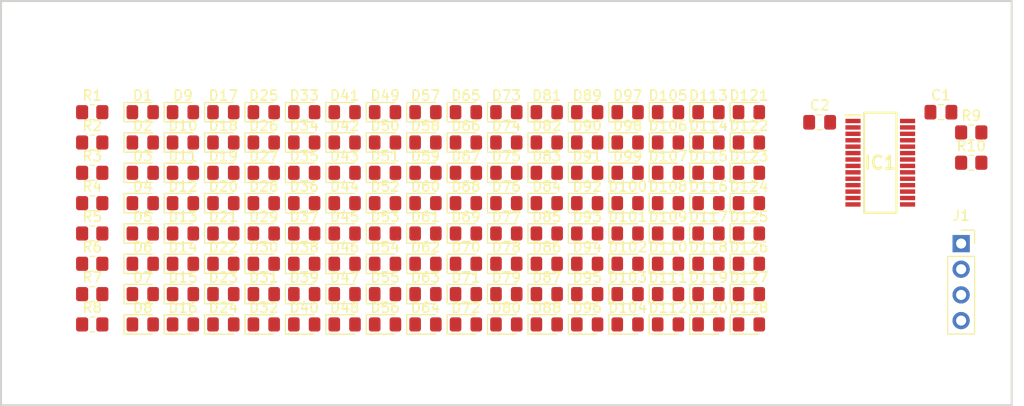
<source format=kicad_pcb>
(kicad_pcb (version 20241229) (generator "pcbnew") (generator_version "9.0")
  (layers (0 "F.Cu" signal) (2 "B.Cu" signal) (13 "F.Paste" user) (15 "B.Paste" user) (5 "F.SilkS" user "F.Silkscreen") (7 "B.SilkS" user "B.Silkscreen") (1 "F.Mask" user) (3 "B.Mask" user) (25 "Edge.Cuts" user))
  (net 0 "")
  (net 1 "/-")
  (net 2 "/+")
  (net 5 "/col0")
  (net 6 "row0")
  (net 7 "/col1")
  (net 8 "/col2")
  (net 9 "/col3")
  (net 10 "/col4")
  (net 11 "/col5")
  (net 12 "/col6")
  (net 13 "/col7")
  (net 14 "row1")
  (net 15 "row2")
  (net 16 "row3")
  (net 17 "row4")
  (net 18 "row5")
  (net 19 "row6")
  (net 20 "row7")
  (net 21 "row8")
  (net 22 "row9")
  (net 23 "row10")
  (net 24 "row11")
  (net 25 "row12")
  (net 26 "row13")
  (net 27 "row14")
  (net 28 "row15")
  (net 29 "com2")
  (net 30 "com5")
  (net 31 "com7")
  (net 32 "com1")
  (net 33 "com4")
  (net 34 "com3")
  (net 35 "Net-(IC1-SCL)")
  (net 36 "Net-(IC1-SDA)")
  (net 37 "com6")
  (net 38 "com0")
  (net 39 "Net-(J1-Pin_4)")
  (net 40 "Net-(J1-Pin_3)")
  (footprint "LED_SMD:LED_0805_2012Metric_Pad1.15x1.40mm_HandSolder" (layer "F.Cu") (at 136 101)
    (property "Reference" "D65" (at 0 -1.65 0) (layer "F.SilkS"))
    (property "Value" "LED")
    (pad "1" smd roundrect (at -1.025 0) (size 1.15 1.4) (layers "F.Cu" "F.Mask" "F.Paste") (roundrect_rratio 0.217391) (net 21 "row8"))
    (pad "2" smd roundrect (at 1.025 0) (size 1.15 1.4) (layers "F.Cu" "F.Mask" "F.Paste") (roundrect_rratio 0.217391) (net 5 "/col0"))
  )
  (footprint "LED_SMD:LED_0805_2012Metric_Pad1.15x1.40mm_HandSolder" (layer "F.Cu") (at 116 110)
    (property "Reference" "D28" (at 0 -1.65 0) (layer "F.SilkS"))
    (property "Value" "LED")
    (pad "1" smd roundrect (at -1.025 0) (size 1.15 1.4) (layers "F.Cu" "F.Mask" "F.Paste") (roundrect_rratio 0.217391) (net 16 "row3"))
    (pad "2" smd roundrect (at 1.025 0) (size 1.15 1.4) (layers "F.Cu" "F.Mask" "F.Paste") (roundrect_rratio 0.217391) (net 9 "/col3"))
  )
  (footprint "LED_SMD:LED_0805_2012Metric_Pad1.15x1.40mm_HandSolder" (layer "F.Cu") (at 108 107)
    (property "Reference" "D11" (at 0 -1.65 0) (layer "F.SilkS"))
    (property "Value" "LED")
    (pad "1" smd roundrect (at -1.025 0) (size 1.15 1.4) (layers "F.Cu" "F.Mask" "F.Paste") (roundrect_rratio 0.217391) (net 14 "row1"))
    (pad "2" smd roundrect (at 1.025 0) (size 1.15 1.4) (layers "F.Cu" "F.Mask" "F.Paste") (roundrect_rratio 0.217391) (net 8 "/col2"))
  )
  (footprint "LED_SMD:LED_0805_2012Metric_Pad1.15x1.40mm_HandSolder" (layer "F.Cu") (at 156 116)
    (property "Reference" "D110" (at 0 -1.65 0) (layer "F.SilkS"))
    (property "Value" "LED")
    (pad "1" smd roundrect (at -1.025 0) (size 1.15 1.4) (layers "F.Cu" "F.Mask" "F.Paste") (roundrect_rratio 0.217391) (net 26 "row13"))
    (pad "2" smd roundrect (at 1.025 0) (size 1.15 1.4) (layers "F.Cu" "F.Mask" "F.Paste") (roundrect_rratio 0.217391) (net 11 "/col5"))
  )
  (footprint "LED_SMD:LED_0805_2012Metric_Pad1.15x1.40mm_HandSolder" (layer "F.Cu") (at 148 110)
    (property "Reference" "D92" (at 0 -1.65 0) (layer "F.SilkS"))
    (property "Value" "LED")
    (pad "1" smd roundrect (at -1.025 0) (size 1.15 1.4) (layers "F.Cu" "F.Mask" "F.Paste") (roundrect_rratio 0.217391) (net 24 "row11"))
    (pad "2" smd roundrect (at 1.025 0) (size 1.15 1.4) (layers "F.Cu" "F.Mask" "F.Paste") (roundrect_rratio 0.217391) (net 9 "/col3"))
  )
  (footprint "LED_SMD:LED_0805_2012Metric_Pad1.15x1.40mm_HandSolder" (layer "F.Cu") (at 128 104)
    (property "Reference" "D50" (at 0 -1.65 0) (layer "F.SilkS"))
    (property "Value" "LED")
    (pad "1" smd roundrect (at -1.025 0) (size 1.15 1.4) (layers "F.Cu" "F.Mask" "F.Paste") (roundrect_rratio 0.217391) (net 19 "row6"))
    (pad "2" smd roundrect (at 1.025 0) (size 1.15 1.4) (layers "F.Cu" "F.Mask" "F.Paste") (roundrect_rratio 0.217391) (net 7 "/col1"))
  )
  (footprint "LED_SMD:LED_0805_2012Metric_Pad1.15x1.40mm_HandSolder" (layer "F.Cu") (at 108 104)
    (property "Reference" "D10" (at 0 -1.65 0) (layer "F.SilkS"))
    (property "Value" "LED")
    (pad "1" smd roundrect (at -1.025 0) (size 1.15 1.4) (layers "F.Cu" "F.Mask" "F.Paste") (roundrect_rratio 0.217391) (net 14 "row1"))
    (pad "2" smd roundrect (at 1.025 0) (size 1.15 1.4) (layers "F.Cu" "F.Mask" "F.Paste") (roundrect_rratio 0.217391) (net 7 "/col1"))
  )
  (footprint "LED_SMD:LED_0805_2012Metric_Pad1.15x1.40mm_HandSolder" (layer "F.Cu") (at 148 107)
    (property "Reference" "D91" (at 0 -1.65 0) (layer "F.SilkS"))
    (property "Value" "LED")
    (pad "1" smd roundrect (at -1.025 0) (size 1.15 1.4) (layers "F.Cu" "F.Mask" "F.Paste") (roundrect_rratio 0.217391) (net 24 "row11"))
    (pad "2" smd roundrect (at 1.025 0) (size 1.15 1.4) (layers "F.Cu" "F.Mask" "F.Paste") (roundrect_rratio 0.217391) (net 8 "/col2"))
  )
  (footprint "LED_SMD:LED_0805_2012Metric_Pad1.15x1.40mm_HandSolder" (layer "F.Cu") (at 156 101)
    (property "Reference" "D105" (at 0 -1.65 0) (layer "F.SilkS"))
    (property "Value" "LED")
    (pad "1" smd roundrect (at -1.025 0) (size 1.15 1.4) (layers "F.Cu" "F.Mask" "F.Paste") (roundrect_rratio 0.217391) (net 26 "row13"))
    (pad "2" smd roundrect (at 1.025 0) (size 1.15 1.4) (layers "F.Cu" "F.Mask" "F.Paste") (roundrect_rratio 0.217391) (net 5 "/col0"))
  )
  (footprint "LED_SMD:LED_0805_2012Metric_Pad1.15x1.40mm_HandSolder" (layer "F.Cu") (at 140 101)
    (property "Reference" "D73" (at 0 -1.65 0) (layer "F.SilkS"))
    (property "Value" "LED")
    (pad "1" smd roundrect (at -1.025 0) (size 1.15 1.4) (layers "F.Cu" "F.Mask" "F.Paste") (roundrect_rratio 0.217391) (net 22 "row9"))
    (pad "2" smd roundrect (at 1.025 0) (size 1.15 1.4) (layers "F.Cu" "F.Mask" "F.Paste") (roundrect_rratio 0.217391) (net 5 "/col0"))
  )
  (footprint "Resistor_SMD:R_0805_2012Metric_Pad1.20x1.40mm_HandSolder" (layer "F.Cu") (at 99.025 104)
    (property "Reference" "R2" (at 0 -1.65 0) (layer "F.SilkS"))
    (property "Value" "R_US 10Ω")
    (pad "1" smd roundrect (at -1 0) (size 1.2 1.4) (layers "F.Cu" "F.Mask" "F.Paste") (roundrect_rratio 0.208333) (net 32 "com1"))
    (pad "2" smd roundrect (at 1 0) (size 1.2 1.4) (layers "F.Cu" "F.Mask" "F.Paste") (roundrect_rratio 0.208333) (net 7 "/col1"))
  )
  (footprint "LED_SMD:LED_0805_2012Metric_Pad1.15x1.40mm_HandSolder" (layer "F.Cu") (at 120 119)
    (property "Reference" "D39" (at 0 -1.65 0) (layer "F.SilkS"))
    (property "Value" "LED")
    (pad "1" smd roundrect (at -1.025 0) (size 1.15 1.4) (layers "F.Cu" "F.Mask" "F.Paste") (roundrect_rratio 0.217391) (net 17 "row4"))
    (pad "2" smd roundrect (at 1.025 0) (size 1.15 1.4) (layers "F.Cu" "F.Mask" "F.Paste") (roundrect_rratio 0.217391) (net 12 "/col6"))
  )
  (footprint "LED_SMD:LED_0805_2012Metric_Pad1.15x1.40mm_HandSolder" (layer "F.Cu") (at 128 122)
    (property "Reference" "D56" (at 0 -1.65 0) (layer "F.SilkS"))
    (property "Value" "LED")
    (pad "1" smd roundrect (at -1.025 0) (size 1.15 1.4) (layers "F.Cu" "F.Mask" "F.Paste") (roundrect_rratio 0.217391) (net 19 "row6"))
    (pad "2" smd roundrect (at 1.025 0) (size 1.15 1.4) (layers "F.Cu" "F.Mask" "F.Paste") (roundrect_rratio 0.217391) (net 13 "/col7"))
  )
  (footprint "LED_SMD:LED_0805_2012Metric_Pad1.15x1.40mm_HandSolder" (layer "F.Cu") (at 108 101)
    (property "Reference" "D9" (at 0 -1.65 0) (layer "F.SilkS"))
    (property "Value" "LED")
    (pad "1" smd roundrect (at -1.025 0) (size 1.15 1.4) (layers "F.Cu" "F.Mask" "F.Paste") (roundrect_rratio 0.217391) (net 14 "row1"))
    (pad "2" smd roundrect (at 1.025 0) (size 1.15 1.4) (layers "F.Cu" "F.Mask" "F.Paste") (roundrect_rratio 0.217391) (net 5 "/col0"))
  )
  (footprint "LED_SMD:LED_0805_2012Metric_Pad1.15x1.40mm_HandSolder" (layer "F.Cu") (at 124 104)
    (property "Reference" "D42" (at 0 -1.65 0) (layer "F.SilkS"))
    (property "Value" "LED")
    (pad "1" smd roundrect (at -1.025 0) (size 1.15 1.4) (layers "F.Cu" "F.Mask" "F.Paste") (roundrect_rratio 0.217391) (net 18 "row5"))
    (pad "2" smd roundrect (at 1.025 0) (size 1.15 1.4) (layers "F.Cu" "F.Mask" "F.Paste") (roundrect_rratio 0.217391) (net 7 "/col1"))
  )
  (footprint "LED_SMD:LED_0805_2012Metric_Pad1.15x1.40mm_HandSolder" (layer "F.Cu") (at 124 113)
    (property "Reference" "D45" (at 0 -1.65 0) (layer "F.SilkS"))
    (property "Value" "LED")
    (pad "1" smd roundrect (at -1.025 0) (size 1.15 1.4) (layers "F.Cu" "F.Mask" "F.Paste") (roundrect_rratio 0.217391) (net 18 "row5"))
    (pad "2" smd roundrect (at 1.025 0) (size 1.15 1.4) (layers "F.Cu" "F.Mask" "F.Paste") (roundrect_rratio 0.217391) (net 10 "/col4"))
  )
  (footprint "LED_SMD:LED_0805_2012Metric_Pad1.15x1.40mm_HandSolder" (layer "F.Cu") (at 132 113)
    (property "Reference" "D61" (at 0 -1.65 0) (layer "F.SilkS"))
    (property "Value" "LED")
    (pad "1" smd roundrect (at -1.025 0) (size 1.15 1.4) (layers "F.Cu" "F.Mask" "F.Paste") (roundrect_rratio 0.217391) (net 20 "row7"))
    (pad "2" smd roundrect (at 1.025 0) (size 1.15 1.4) (layers "F.Cu" "F.Mask" "F.Paste") (roundrect_rratio 0.217391) (net 10 "/col4"))
  )
  (footprint "Resistor_SMD:R_0805_2012Metric_Pad1.20x1.40mm_HandSolder" (layer "F.Cu") (at 99.025 119)
    (property "Reference" "R7" (at 0 -1.65 0) (layer "F.SilkS"))
    (property "Value" "R_US 10Ω")
    (pad "1" smd roundrect (at -1 0) (size 1.2 1.4) (layers "F.Cu" "F.Mask" "F.Paste") (roundrect_rratio 0.208333) (net 37 "com6"))
    (pad "2" smd roundrect (at 1 0) (size 1.2 1.4) (layers "F.Cu" "F.Mask" "F.Paste") (roundrect_rratio 0.208333) (net 12 "/col6"))
  )
  (footprint "Connector_PinSocket_2.54mm:PinSocket_1x04_P2.54mm_Vertical" (layer "F.Cu") (at 185 114)
    (property "Reference" "J1" (at 0 -2.77 0) (layer "F.SilkS"))
    (property "Value" "Conn_01x04_Pin")
    (pad "1" thru_hole rect (at 0 0) (size 1.7 1.7) (drill 1) (layers "*.Cu" "*.Mask") (net 2 "/+"))
    (pad "2" thru_hole circle (at 0 2.54) (size 1.7 1.7) (drill 1) (layers "*.Cu" "*.Mask") (net 1 "/-"))
    (pad "3" thru_hole circle (at 0 5.08) (size 1.7 1.7) (drill 1) (layers "*.Cu" "*.Mask") (net 40 "Net-(J1-Pin_3)"))
    (pad "4" thru_hole circle (at 0 7.62) (size 1.7 1.7) (drill 1) (layers "*.Cu" "*.Mask") (net 39 "Net-(J1-Pin_4)"))
  )
  (footprint "LED_SMD:LED_0805_2012Metric_Pad1.15x1.40mm_HandSolder" (layer "F.Cu") (at 152 110)
    (property "Reference" "D100" (at 0 -1.65 0) (layer "F.SilkS"))
    (property "Value" "LED")
    (pad "1" smd roundrect (at -1.025 0) (size 1.15 1.4) (layers "F.Cu" "F.Mask" "F.Paste") (roundrect_rratio 0.217391) (net 25 "row12"))
    (pad "2" smd roundrect (at 1.025 0) (size 1.15 1.4) (layers "F.Cu" "F.Mask" "F.Paste") (roundrect_rratio 0.217391) (net 9 "/col3"))
  )
  (footprint "Resistor_SMD:R_0805_2012Metric_Pad1.20x1.40mm_HandSolder" (layer "F.Cu") (at 99.025 110)
    (property "Reference" "R4" (at 0 -1.65 0) (layer "F.SilkS"))
    (property "Value" "R_US 10Ω")
    (pad "1" smd roundrect (at -1 0) (size 1.2 1.4) (layers "F.Cu" "F.Mask" "F.Paste") (roundrect_rratio 0.208333) (net 34 "com3"))
    (pad "2" smd roundrect (at 1 0) (size 1.2 1.4) (layers "F.Cu" "F.Mask" "F.Paste") (roundrect_rratio 0.208333) (net 9 "/col3"))
  )
  (footprint "LED_SMD:LED_0805_2012Metric_Pad1.15x1.40mm_HandSolder" (layer "F.Cu") (at 104.025 119)
    (property "Reference" "D7" (at 0 -1.65 0) (layer "F.SilkS"))
    (property "Value" "LED")
    (pad "1" smd roundrect (at -1.025 0) (size 1.15 1.4) (layers "F.Cu" "F.Mask" "F.Paste") (roundrect_rratio 0.217391) (net 6 "row0"))
    (pad "2" smd roundrect (at 1.025 0) (size 1.15 1.4) (layers "F.Cu" "F.Mask" "F.Paste") (roundrect_rratio 0.217391) (net 12 "/col6"))
  )
  (footprint "LED_SMD:LED_0805_2012Metric_Pad1.15x1.40mm_HandSolder" (layer "F.Cu") (at 152 116)
    (property "Reference" "D102" (at 0 -1.65 0) (layer "F.SilkS"))
    (property "Value" "LED")
    (pad "1" smd roundrect (at -1.025 0) (size 1.15 1.4) (layers "F.Cu" "F.Mask" "F.Paste") (roundrect_rratio 0.217391) (net 25 "row12"))
    (pad "2" smd roundrect (at 1.025 0) (size 1.15 1.4) (layers "F.Cu" "F.Mask" "F.Paste") (roundrect_rratio 0.217391) (net 11 "/col5"))
  )
  (footprint "LED_SMD:LED_0805_2012Metric_Pad1.15x1.40mm_HandSolder" (layer "F.Cu") (at 120 104)
    (property "Reference" "D34" (at 0 -1.65 0) (layer "F.SilkS"))
    (property "Value" "LED")
    (pad "1" smd roundrect (at -1.025 0) (size 1.15 1.4) (layers "F.Cu" "F.Mask" "F.Paste") (roundrect_rratio 0.217391) (net 17 "row4"))
    (pad "2" smd roundrect (at 1.025 0) (size 1.15 1.4) (layers "F.Cu" "F.Mask" "F.Paste") (roundrect_rratio 0.217391) (net 7 "/col1"))
  )
  (footprint "LED_SMD:LED_0805_2012Metric_Pad1.15x1.40mm_HandSolder" (layer "F.Cu") (at 160 116)
    (property "Reference" "D118" (at 0 -1.65 0) (layer "F.SilkS"))
    (property "Value" "LED")
    (pad "1" smd roundrect (at -1.025 0) (size 1.15 1.4) (layers "F.Cu" "F.Mask" "F.Paste") (roundrect_rratio 0.217391) (net 27 "row14"))
    (pad "2" smd roundrect (at 1.025 0) (size 1.15 1.4) (layers "F.Cu" "F.Mask" "F.Paste") (roundrect_rratio 0.217391) (net 11 "/col5"))
  )
  (footprint "LED_SMD:LED_0805_2012Metric_Pad1.15x1.40mm_HandSolder" (layer "F.Cu") (at 132 101)
    (property "Reference" "D57" (at 0 -1.65 0) (layer "F.SilkS"))
    (property "Value" "LED")
    (pad "1" smd roundrect (at -1.025 0) (size 1.15 1.4) (layers "F.Cu" "F.Mask" "F.Paste") (roundrect_rratio 0.217391) (net 20 "row7"))
    (pad "2" smd roundrect (at 1.025 0) (size 1.15 1.4) (layers "F.Cu" "F.Mask" "F.Paste") (roundrect_rratio 0.217391) (net 5 "/col0"))
  )
  (footprint "LED_SMD:LED_0805_2012Metric_Pad1.15x1.40mm_HandSolder" (layer "F.Cu") (at 120 113)
    (property "Reference" "D37" (at 0 -1.65 0) (layer "F.SilkS"))
    (property "Value" "LED")
    (pad "1" smd roundrect (at -1.025 0) (size 1.15 1.4) (layers "F.Cu" "F.Mask" "F.Paste") (roundrect_rratio 0.217391) (net 17 "row4"))
    (pad "2" smd roundrect (at 1.025 0) (size 1.15 1.4) (layers "F.Cu" "F.Mask" "F.Paste") (roundrect_rratio 0.217391) (net 10 "/col4"))
  )
  (footprint "LED_SMD:LED_0805_2012Metric_Pad1.15x1.40mm_HandSolder" (layer "F.Cu") (at 140 116)
    (property "Reference" "D78" (at 0 -1.65 0) (layer "F.SilkS"))
    (property "Value" "LED")
    (pad "1" smd roundrect (at -1.025 0) (size 1.15 1.4) (layers "F.Cu" "F.Mask" "F.Paste") (roundrect_rratio 0.217391) (net 22 "row9"))
    (pad "2" smd roundrect (at 1.025 0) (size 1.15 1.4) (layers "F.Cu" "F.Mask" "F.Paste") (roundrect_rratio 0.217391) (net 11 "/col5"))
  )
  (footprint "LED_SMD:LED_0805_2012Metric_Pad1.15x1.40mm_HandSolder" (layer "F.Cu") (at 144 110)
    (property "Reference" "D84" (at 0 -1.65 0) (layer "F.SilkS"))
    (property "Value" "LED")
    (pad "1" smd roundrect (at -1.025 0) (size 1.15 1.4) (layers "F.Cu" "F.Mask" "F.Paste") (roundrect_rratio 0.217391) (net 23 "row10"))
    (pad "2" smd roundrect (at 1.025 0) (size 1.15 1.4) (layers "F.Cu" "F.Mask" "F.Paste") (roundrect_rratio 0.217391) (net 9 "/col3"))
  )
  (footprint "LED_SMD:LED_0805_2012Metric_Pad1.15x1.40mm_HandSolder" (layer "F.Cu") (at 104.025 104)
    (property "Reference" "D2" (at 0 -1.65 0) (layer "F.SilkS"))
    (property "Value" "LED")
    (pad "1" smd roundrect (at -1.025 0) (size 1.15 1.4) (layers "F.Cu" "F.Mask" "F.Paste") (roundrect_rratio 0.217391) (net 6 "row0"))
    (pad "2" smd roundrect (at 1.025 0) (size 1.15 1.4) (layers "F.Cu" "F.Mask" "F.Paste") (roundrect_rratio 0.217391) (net 7 "/col1"))
  )
  (footprint "Capacitor_SMD:C_0805_2012Metric_Pad1.18x1.45mm_HandSolder" (layer "F.Cu") (at 171 102)
    (property "Reference" "C2" (at 0 -1.68 0) (layer "F.SilkS"))
    (property "Value" "C_Small_US 1uF")
    (pad "1" smd roundrect (at -1.0375 0) (size 1.175 1.45) (layers "F.Cu" "F.Mask" "F.Paste") (roundrect_rratio 0.212766))
    (pad "2" smd roundrect (at 1.0375 0) (size 1.175 1.45) (layers "F.Cu" "F.Mask" "F.Paste") (roundrect_rratio 0.212766))
  )
  (footprint "LED_SMD:LED_0805_2012Metric_Pad1.15x1.40mm_HandSolder" (layer "F.Cu") (at 132 107)
    (property "Reference" "D59" (at 0 -1.65 0) (layer "F.SilkS"))
    (property "Value" "LED")
    (pad "1" smd roundrect (at -1.025 0) (size 1.15 1.4) (layers "F.Cu" "F.Mask" "F.Paste") (roundrect_rratio 0.217391) (net 20 "row7"))
    (pad "2" smd roundrect (at 1.025 0) (size 1.15 1.4) (layers "F.Cu" "F.Mask" "F.Paste") (roundrect_rratio 0.217391) (net 8 "/col2"))
  )
  (footprint "LED_SMD:LED_0805_2012Metric_Pad1.15x1.40mm_HandSolder" (layer "F.Cu") (at 148 104)
    (property "Reference" "D90" (at 0 -1.65 0) (layer "F.SilkS"))
    (property "Value" "LED")
    (pad "1" smd roundrect (at -1.025 0) (size 1.15 1.4) (layers "F.Cu" "F.Mask" "F.Paste") (roundrect_rratio 0.217391) (net 24 "row11"))
    (pad "2" smd roundrect (at 1.025 0) (size 1.15 1.4) (layers "F.Cu" "F.Mask" "F.Paste") (roundrect_rratio 0.217391) (net 7 "/col1"))
  )
  (footprint "LED_SMD:LED_0805_2012Metric_Pad1.15x1.40mm_HandSolder" (layer "F.Cu") (at 128 101)
    (property "Reference" "D49" (at 0 -1.65 0) (layer "F.SilkS"))
    (property "Value" "LED")
    (pad "1" smd roundrect (at -1.025 0) (size 1.15 1.4) (layers "F.Cu" "F.Mask" "F.Paste") (roundrect_rratio 0.217391) (net 19 "row6"))
    (pad "2" smd roundrect (at 1.025 0) (size 1.15 1.4) (layers "F.Cu" "F.Mask" "F.Paste") (roundrect_rratio 0.217391) (net 5 "/col0"))
  )
  (footprint "LED_SMD:LED_0805_2012Metric_Pad1.15x1.40mm_HandSolder" (layer "F.Cu") (at 112 101)
    (property "Reference" "D17" (at 0 -1.65 0) (layer "F.SilkS"))
    (property "Value" "LED")
    (pad "1" smd roundrect (at -1.025 0) (size 1.15 1.4) (layers "F.Cu" "F.Mask" "F.Paste") (roundrect_rratio 0.217391) (net 15 "row2"))
    (pad "2" smd roundrect (at 1.025 0) (size 1.15 1.4) (layers "F.Cu" "F.Mask" "F.Paste") (roundrect_rratio 0.217391) (net 5 "/col0"))
  )
  (footprint "LED_SMD:LED_0805_2012Metric_Pad1.15x1.40mm_HandSolder" (layer "F.Cu") (at 120 110)
    (property "Reference" "D36" (at 0 -1.65 0) (layer "F.SilkS"))
    (property "Value" "LED")
    (pad "1" smd roundrect (at -1.025 0) (size 1.15 1.4) (layers "F.Cu" "F.Mask" "F.Paste") (roundrect_rratio 0.217391) (net 17 "row4"))
    (pad "2" smd roundrect (at 1.025 0) (size 1.15 1.4) (layers "F.Cu" "F.Mask" "F.Paste") (roundrect_rratio 0.217391) (net 9 "/col3"))
  )
  (footprint "LED_SMD:LED_0805_2012Metric_Pad1.15x1.40mm_HandSolder" (layer "F.Cu") (at 152 101)
    (property "Reference" "D97" (at 0 -1.65 0) (layer "F.SilkS"))
    (property "Value" "LED")
    (pad "1" smd roundrect (at -1.025 0) (size 1.15 1.4) (layers "F.Cu" "F.Mask" "F.Paste") (roundrect_rratio 0.217391) (net 25 "row12"))
    (pad "2" smd roundrect (at 1.025 0) (size 1.15 1.4) (layers "F.Cu" "F.Mask" "F.Paste") (roundrect_rratio 0.217391) (net 5 "/col0"))
  )
  (footprint "LED_SMD:LED_0805_2012Metric_Pad1.15x1.40mm_HandSolder" (layer "F.Cu") (at 156 113)
    (property "Reference" "D109" (at 0 -1.65 0) (layer "F.SilkS"))
    (property "Value" "LED")
    (pad "1" smd roundrect (at -1.025 0) (size 1.15 1.4) (layers "F.Cu" "F.Mask" "F.Paste") (roundrect_rratio 0.217391) (net 26 "row13"))
    (pad "2" smd roundrect (at 1.025 0) (size 1.15 1.4) (layers "F.Cu" "F.Mask" "F.Paste") (roundrect_rratio 0.217391) (net 10 "/col4"))
  )
  (footprint "LED_SMD:LED_0805_2012Metric_Pad1.15x1.40mm_HandSolder" (layer "F.Cu") (at 160 104)
    (property "Reference" "D114" (at 0 -1.65 0) (layer "F.SilkS"))
    (property "Value" "LED")
    (pad "1" smd roundrect (at -1.025 0) (size 1.15 1.4) (layers "F.Cu" "F.Mask" "F.Paste") (roundrect_rratio 0.217391) (net 27 "row14"))
    (pad "2" smd roundrect (at 1.025 0) (size 1.15 1.4) (layers "F.Cu" "F.Mask" "F.Paste") (roundrect_rratio 0.217391) (net 7 "/col1"))
  )
  (footprint "LED_SMD:LED_0805_2012Metric_Pad1.15x1.40mm_HandSolder" (layer "F.Cu") (at 124 107)
    (property "Reference" "D43" (at 0 -1.65 0) (layer "F.SilkS"))
    (property "Value" "LED")
    (pad "1" smd roundrect (at -1.025 0) (size 1.15 1.4) (layers "F.Cu" "F.Mask" "F.Paste") (roundrect_rratio 0.217391) (net 18 "row5"))
    (pad "2" smd roundrect (at 1.025 0) (size 1.15 1.4) (layers "F.Cu" "F.Mask" "F.Paste") (roundrect_rratio 0.217391) (net 8 "/col2"))
  )
  (footprint "LED_SMD:LED_0805_2012Metric_Pad1.15x1.40mm_HandSolder" (layer "F.Cu") (at 148 101)
    (property "Reference" "D89" (at 0 -1.65 0) (layer "F.SilkS"))
    (property "Value" "LED")
    (pad "1" smd roundrect (at -1.025 0) (size 1.15 1.4) (layers "F.Cu" "F.Mask" "F.Paste") (roundrect_rratio 0.217391) (net 24 "row11"))
    (pad "2" smd roundrect (at 1.025 0) (size 1.15 1.4) (layers "F.Cu" "F.Mask" "F.Paste") (roundrect_rratio 0.217391) (net 5 "/col0"))
  )
  (footprint "LED_SMD:LED_0805_2012Metric_Pad1.15x1.40mm_HandSolder" (layer "F.Cu") (at 140 104)
    (property "Reference" "D74" (at 0 -1.65 0) (layer "F.SilkS"))
    (property "Value" "LED")
    (pad "1" smd roundrect (at -1.025 0) (size 1.15 1.4) (layers "F.Cu" "F.Mask" "F.Paste") (roundrect_rratio 0.217391) (net 22 "row9"))
    (pad "2" smd roundrect (at 1.025 0) (size 1.15 1.4) (layers "F.Cu" "F.Mask" "F.Paste") (roundrect_rratio 0.217391) (net 7 "/col1"))
  )
  (footprint "LED_SMD:LED_0805_2012Metric_Pad1.15x1.40mm_HandSolder" (layer "F.Cu") (at 152 119)
    (property "Reference" "D103" (at 0 -1.65 0) (layer "F.SilkS"))
    (property "Value" "LED")
    (pad "1" smd roundrect (at -1.025 0) (size 1.15 1.4) (layers "F.Cu" "F.Mask" "F.Paste") (roundrect_rratio 0.217391) (net 25 "row12"))
    (pad "2" smd roundrect (at 1.025 0) (size 1.15 1.4) (layers "F.Cu" "F.Mask" "F.Paste") (roundrect_rratio 0.217391) (net 12 "/col6"))
  )
  (footprint "LED_SMD:LED_0805_2012Metric_Pad1.15x1.40mm_HandSolder" (layer "F.Cu") (at 144 116)
    (property "Reference" "D86" (at 0 -1.65 0) (layer "F.SilkS"))
    (property "Value" "LED")
    (pad "1" smd roundrect (at -1.025 0) (size 1.15 1.4) (layers "F.Cu" "F.Mask" "F.Paste") (roundrect_rratio 0.217391) (net 23 "row10"))
    (pad "2" smd roundrect (at 1.025 0) (size 1.15 1.4) (layers "F.Cu" "F.Mask" "F.Paste") (roundrect_rratio 0.217391) (net 11 "/col5"))
  )
  (footprint "LED_SMD:LED_0805_2012Metric_Pad1.15x1.40mm_HandSolder" (layer "F.Cu") (at 112 122)
    (property "Reference" "D24" (at 0 -1.65 0) (layer "F.SilkS"))
    (property "Value" "LED")
    (pad "1" smd roundrect (at -1.025 0) (size 1.15 1.4) (layers "F.Cu" "F.Mask" "F.Paste") (roundrect_rratio 0.217391) (net 15 "row2"))
    (pad "2" smd roundrect (at 1.025 0) (size 1.15 1.4) (layers "F.Cu" "F.Mask" "F.Paste") (roundrect_rratio 0.217391) (net 13 "/col7"))
  )
  (footprint "LED_SMD:LED_0805_2012Metric_Pad1.15x1.40mm_HandSolder" (layer "F.Cu") (at 124 116)
    (property "Reference" "D46" (at 0 -1.65 0) (layer "F.SilkS"))
    (property "Value" "LED")
    (pad "1" smd roundrect (at -1.025 0) (size 1.15 1.4) (layers "F.Cu" "F.Mask" "F.Paste") (roundrect_rratio 0.217391) (net 18 "row5"))
    (pad "2" smd roundrect (at 1.025 0) (size 1.15 1.4) (layers "F.Cu" "F.Mask" "F.Paste") (roundrect_rratio 0.217391) (net 11 "/col5"))
  )
  (footprint "Resistor_SMD:R_0805_2012Metric_Pad1.20x1.40mm_HandSolder" (layer "F.Cu") (at 186 103)
    (property "Reference" "R9" (at 0 -1.65 0) (layer "F.SilkS"))
    (property "Value" "R_US 4.7kΩ")
    (pad "1" smd roundrect (at -1 0) (size 1.2 1.4) (layers "F.Cu" "F.Mask" "F.Paste") (roundrect_rratio 0.208333) (net 36 "Net-(IC1-SDA)"))
    (pad "2" smd roundrect (at 1 0) (size 1.2 1.4) (layers "F.Cu" "F.Mask" "F.Paste") (roundrect_rratio 0.208333) (net 40 "Net-(J1-Pin_3)"))
  )
  (footprint "LED_SMD:LED_0805_2012Metric_Pad1.15x1.40mm_HandSolder" (layer "F.Cu") (at 104.025 113)
    (property "Reference" "D5" (at 0 -1.65 0) (layer "F.SilkS"))
    (property "Value" "LED")
    (pad "1" smd roundrect (at -1.025 0) (size 1.15 1.4) (layers "F.Cu" "F.Mask" "F.Paste") (roundrect_rratio 0.217391) (net 6 "row0"))
    (pad "2" smd roundrect (at 1.025 0) (size 1.15 1.4) (layers "F.Cu" "F.Mask" "F.Paste") (roundrect_rratio 0.217391) (net 10 "/col4"))
  )
  (footprint "LED_SMD:LED_0805_2012Metric_Pad1.15x1.40mm_HandSolder" (layer "F.Cu") (at 160 113)
    (property "Reference" "D117" (at 0 -1.65 0) (layer "F.SilkS"))
    (property "Value" "LED")
    (pad "1" smd roundrect (at -1.025 0) (size 1.15 1.4) (layers "F.Cu" "F.Mask" "F.Paste") (roundrect_rratio 0.217391) (net 27 "row14"))
    (pad "2" smd roundrect (at 1.025 0) (size 1.15 1.4) (layers "F.Cu" "F.Mask" "F.Paste") (roundrect_rratio 0.217391) (net 10 "/col4"))
  )
  (footprint "LED_SMD:LED_0805_2012Metric_Pad1.15x1.40mm_HandSolder" (layer "F.Cu") (at 136 110)
    (property "Reference" "D68" (at 0 -1.65 0) (layer "F.SilkS"))
    (property "Value" "LED")
    (pad "1" smd roundrect (at -1.025 0) (size 1.15 1.4) (layers "F.Cu" "F.Mask" "F.Paste") (roundrect_rratio 0.217391) (net 21 "row8"))
    (pad "2" smd roundrect (at 1.025 0) (size 1.15 1.4) (layers "F.Cu" "F.Mask" "F.Paste") (roundrect_rratio 0.217391) (net 9 "/col3"))
  )
  (footprint "LED_SMD:LED_0805_2012Metric_Pad1.15x1.40mm_HandSolder" (layer "F.Cu") (at 116 122)
    (property "Reference" "D32" (at 0 -1.65 0) (layer "F.SilkS"))
    (property "Value" "LED")
    (pad "1" smd roundrect (at -1.025 0) (size 1.15 1.4) (layers "F.Cu" "F.Mask" "F.Paste") (roundrect_rratio 0.217391) (net 16 "row3"))
    (pad "2" smd roundrect (at 1.025 0) (size 1.15 1.4) (layers "F.Cu" "F.Mask" "F.Paste") (roundrect_rratio 0.217391) (net 13 "/col7"))
  )
  (footprint "LED_SMD:LED_0805_2012Metric_Pad1.15x1.40mm_HandSolder" (layer "F.Cu") (at 112 119)
    (property "Reference" "D23" (at 0 -1.65 0) (layer "F.SilkS"))
    (property "Value" "LED")
    (pad "1" smd roundrect (at -1.025 0) (size 1.15 1.4) (layers "F.Cu" "F.Mask" "F.Paste") (roundrect_rratio 0.217391) (net 15 "row2"))
    (pad "2" smd roundrect (at 1.025 0) (size 1.15 1.4) (layers "F.Cu" "F.Mask" "F.Paste") (roundrect_rratio 0.217391) (net 12 "/col6"))
  )
  (footprint "LED_SMD:LED_0805_2012Metric_Pad1.15x1.40mm_HandSolder" (layer "F.Cu") (at 108 122)
    (property "Reference" "D16" (at 0 -1.65 0) (layer "F.SilkS"))
    (property "Value" "LED")
    (pad "1" smd roundrect (at -1.025 0) (size 1.15 1.4) (layers "F.Cu" "F.Mask" "F.Paste") (roundrect_rratio 0.217391) (net 14 "row1"))
    (pad "2" smd roundrect (at 1.025 0) (size 1.15 1.4) (layers "F.Cu" "F.Mask" "F.Paste") (roundrect_rratio 0.217391) (net 13 "/col7"))
  )
  (footprint "LED_SMD:LED_0805_2012Metric_Pad1.15x1.40mm_HandSolder" (layer "F.Cu") (at 152 113)
    (property "Reference" "D101" (at 0 -1.65 0) (layer "F.SilkS"))
    (property "Value" "LED")
    (pad "1" smd roundrect (at -1.025 0) (size 1.15 1.4) (layers "F.Cu" "F.Mask" "F.Paste") (roundrect_rratio 0.217391) (net 25 "row12"))
    (pad "2" smd roundrect (at 1.025 0) (size 1.15 1.4) (layers "F.Cu" "F.Mask" "F.Paste") (roundrect_rratio 0.217391) (net 10 "/col4"))
  )
  (footprint "LED_SMD:LED_0805_2012Metric_Pad1.15x1.40mm_HandSolder" (layer "F.Cu") (at 128 113)
    (property "Reference" "D53" (at 0 -1.65 0) (layer "F.SilkS"))
    (property "Value" "LED")
    (pad "1" smd roundrect (at -1.025 0) (size 1.15 1.4) (layers "F.Cu" "F.Mask" "F.Paste") (roundrect_rratio 0.217391) (net 19 "row6"))
    (pad "2" smd roundrect (at 1.025 0) (size 1.15 1.4) (layers "F.Cu" "F.Mask" "F.Paste") (roundrect_rratio 0.217391) (net 10 "/col4"))
  )
  (footprint "LED_SMD:LED_0805_2012Metric_Pad1.15x1.40mm_HandSolder" (layer "F.Cu") (at 164 107)
    (property "Reference" "D123" (at 0 -1.65 0) (layer "F.SilkS"))
    (property "Value" "LED")
    (pad "1" smd roundrect (at -1.025 0) (size 1.15 1.4) (layers "F.Cu" "F.Mask" "F.Paste") (roundrect_rratio 0.217391) (net 28 "row15"))
    (pad "2" smd roundrect (at 1.025 0) (size 1.15 1.4) (layers "F.Cu" "F.Mask" "F.Paste") (roundrect_rratio 0.217391) (net 8 "/col2"))
  )
  (footprint "LED_SMD:LED_0805_2012Metric_Pad1.15x1.40mm_HandSolder" (layer "F.Cu") (at 136 107)
    (property "Reference" "D67" (at 0 -1.65 0) (layer "F.SilkS"))
    (property "Value" "LED")
    (pad "1" smd roundrect (at -1.025 0) (size 1.15 1.4) (layers "F.Cu" "F.Mask" "F.Paste") (roundrect_rratio 0.217391) (net 21 "row8"))
    (pad "2" smd roundrect (at 1.025 0) (size 1.15 1.4) (layers "F.Cu" "F.Mask" "F.Paste") (roundrect_rratio 0.217391) (net 8 "/col2"))
  )
  (footprint "LED_SMD:LED_0805_2012Metric_Pad1.15x1.40mm_HandSolder" (layer "F.Cu") (at 164 116)
    (property "Reference" "D126" (at 0 -1.65 0) (layer "F.SilkS"))
    (property "Value" "LED")
    (pad "1" smd roundrect (at -1.025 0) (size 1.15 1.4) (layers "F.Cu" "F.Mask" "F.Paste") (roundrect_rratio 0.217391) (net 28 "row15"))
    (pad "2" smd roundrect (at 1.025 0) (size 1.15 1.4) (layers "F.Cu" "F.Mask" "F.Paste") (roundrect_rratio 0.217391) (net 11 "/col5"))
  )
  (footprint "LED_SMD:LED_0805_2012Metric_Pad1.15x1.40mm_HandSolder" (layer "F.Cu") (at 132 110)
    (property "Reference" "D60" (at 0 -1.65 0) (layer "F.SilkS"))
    (property "Value" "LED")
    (pad "1" smd roundrect (at -1.025 0) (size 1.15 1.4) (layers "F.Cu" "F.Mask" "F.Paste") (roundrect_rratio 0.217391) (net 20 "row7"))
    (pad "2" smd roundrect (at 1.025 0) (size 1.15 1.4) (layers "F.Cu" "F.Mask" "F.Paste") (roundrect_rratio 0.217391) (net 9 "/col3"))
  )
  (footprint "LED_SMD:LED_0805_2012Metric_Pad1.15x1.40mm_HandSolder" (layer "F.Cu") (at 116 113)
    (property "Reference" "D29" (at 0 -1.65 0) (layer "F.SilkS"))
    (property "Value" "LED")
    (pad "1" smd roundrect (at -1.025 0) (size 1.15 1.4) (layers "F.Cu" "F.Mask" "F.Paste") (roundrect_rratio 0.217391) (net 16 "row3"))
    (pad "2" smd roundrect (at 1.025 0) (size 1.15 1.4) (layers "F.Cu" "F.Mask" "F.Paste") (roundrect_rratio 0.217391) (net 10 "/col4"))
  )
  (footprint "LED_SMD:LED_0805_2012Metric_Pad1.15x1.40mm_HandSolder" (layer "F.Cu") (at 160 107)
    (property "Reference" "D115" (at 0 -1.65 0) (layer "F.SilkS"))
    (property "Value" "LED")
    (pad "1" smd roundrect (at -1.025 0) (size 1.15 1.4) (layers "F.Cu" "F.Mask" "F.Paste") (roundrect_rratio 0.217391) (net 27 "row14"))
    (pad "2" smd roundrect (at 1.025 0) (size 1.15 1.4) (layers "F.Cu" "F.Mask" "F.Paste") (roundrect_rratio 0.217391) (net 8 "/col2"))
  )
  (footprint "LED_SMD:LED_0805_2012Metric_Pad1.15x1.40mm_HandSolder" (layer "F.Cu") (at 164 110)
    (property "Reference" "D124" (at 0 -1.65 0) (layer "F.SilkS"))
    (property "Value" "LED")
    (pad "1" smd roundrect (at -1.025 0) (size 1.15 1.4) (layers "F.Cu" "F.Mask" "F.Paste") (roundrect_rratio 0.217391) (net 28 "row15"))
    (pad "2" smd roundrect (at 1.025 0) (size 1.15 1.4) (layers "F.Cu" "F.Mask" "F.Paste") (roundrect_rratio 0.217391) (net 9 "/col3"))
  )
  (footprint "LED_SMD:LED_0805_2012Metric_Pad1.15x1.40mm_HandSolder" (layer "F.Cu") (at 136 113)
    (property "Reference" "D69" (at 0 -1.65 0) (layer "F.SilkS"))
    (property "Value" "LED")
    (pad "1" smd roundrect (at -1.025 0) (size 1.15 1.4) (layers "F.Cu" "F.Mask" "F.Paste") (roundrect_rratio 0.217391) (net 21 "row8"))
    (pad "2" smd roundrect (at 1.025 0) (size 1.15 1.4) (layers "F.Cu" "F.Mask" "F.Paste") (roundrect_rratio 0.217391) (net 10 "/col4"))
  )
  (footprint "LED_SMD:LED_0805_2012Metric_Pad1.15x1.40mm_HandSolder" (layer "F.Cu") (at 164 119)
    (property "Reference" "D127" (at 0 -1.65 0) (layer "F.SilkS"))
    (property "Value" "LED")
    (pad "1" smd roundrect (at -1.025 0) (size 1.15 1.4) (layers "F.Cu" "F.Mask" "F.Paste") (roundrect_rratio 0.217391) (net 28 "row15"))
    (pad "2" smd roundrect (at 1.025 0) (size 1.15 1.4) (layers "F.Cu" "F.Mask" "F.Paste") (roundrect_rratio 0.217391) (net 12 "/col6"))
  )
  (footprint "Capacitor_SMD:C_0805_2012Metric_Pad1.18x1.45mm_HandSolder" (layer "F.Cu") (at 183 101)
    (property "Reference" "C1" (at 0 -1.68 0) (layer "F.SilkS"))
    (property "Value" "C_Small_US 100nF")
    (pad "1" smd roundrect (at -1.0375 0) (size 1.175 1.45) (layers "F.Cu" "F.Mask" "F.Paste") (roundrect_rratio 0.212766) (net 1 "/-"))
    (pad "2" smd roundrect (at 1.0375 0) (size 1.175 1.45) (layers "F.Cu" "F.Mask" "F.Paste") (roundrect_rratio 0.212766) (net 2 "/+"))
  )
  (footprint "Resistor_SMD:R_0805_2012Metric_Pad1.20x1.40mm_HandSolder" (layer "F.Cu") (at 99.025 113)
    (property "Reference" "R5" (at 0 -1.65 0) (layer "F.SilkS"))
    (property "Value" "R_US 10Ω")
    (pad "1" smd roundrect (at -1 0) (size 1.2 1.4) (layers "F.Cu" "F.Mask" "F.Paste") (roundrect_rratio 0.208333) (net 33 "com4"))
    (pad "2" smd roundrect (at 1 0) (size 1.2 1.4) (layers "F.Cu" "F.Mask" "F.Paste") (roundrect_rratio 0.208333) (net 10 "/col4"))
  )
  (footprint "LED_SMD:LED_0805_2012Metric_Pad1.15x1.40mm_HandSolder" (layer "F.Cu") (at 116 119)
    (property "Reference" "D31" (at 0 -1.65 0) (layer "F.SilkS"))
    (property "Value" "LED")
    (pad "1" smd roundrect (at -1.025 0) (size 1.15 1.4) (layers "F.Cu" "F.Mask" "F.Paste") (roundrect_rratio 0.217391) (net 16 "row3"))
    (pad "2" smd roundrect (at 1.025 0) (size 1.15 1.4) (layers "F.Cu" "F.Mask" "F.Paste") (roundrect_rratio 0.217391) (net 12 "/col6"))
  )
  (footprint "LED_SMD:LED_0805_2012Metric_Pad1.15x1.40mm_HandSolder" (layer "F.Cu") (at 112 107)
    (property "Reference" "D19" (at 0 -1.65 0) (layer "F.SilkS"))
    (property "Value" "LED")
    (pad "1" smd roundrect (at -1.025 0) (size 1.15 1.4) (layers "F.Cu" "F.Mask" "F.Paste") (roundrect_rratio 0.217391) (net 15 "row2"))
    (pad "2" smd roundrect (at 1.025 0) (size 1.15 1.4) (layers "F.Cu" "F.Mask" "F.Paste") (roundrect_rratio 0.217391) (net 8 "/col2"))
  )
  (footprint "LED_SMD:LED_0805_2012Metric_Pad1.15x1.40mm_HandSolder" (layer "F.Cu") (at 144 107)
    (property "Reference" "D83" (at 0 -1.65 0) (layer "F.SilkS"))
    (property "Value" "LED")
    (pad "1" smd roundrect (at -1.025 0) (size 1.15 1.4) (layers "F.Cu" "F.Mask" "F.Paste") (roundrect_rratio 0.217391) (net 23 "row10"))
    (pad "2" smd roundrect (at 1.025 0) (size 1.15 1.4) (layers "F.Cu" "F.Mask" "F.Paste") (roundrect_rratio 0.217391) (net 8 "/col2"))
  )
  (footprint "LED_SMD:LED_0805_2012Metric_Pad1.15x1.40mm_HandSolder" (layer "F.Cu") (at 132 104)
    (property "Reference" "D58" (at 0 -1.65 0) (layer "F.SilkS"))
    (property "Value" "LED")
    (pad "1" smd roundrect (at -1.025 0) (size 1.15 1.4) (layers "F.Cu" "F.Mask" "F.Paste") (roundrect_rratio 0.217391) (net 20 "row7"))
    (pad "2" smd roundrect (at 1.025 0) (size 1.15 1.4) (layers "F.Cu" "F.Mask" "F.Paste") (roundrect_rratio 0.217391) (net 7 "/col1"))
  )
  (footprint "LED_SMD:LED_0805_2012Metric_Pad1.15x1.40mm_HandSolder" (layer "F.Cu") (at 156 110)
    (property "Reference" "D108" (at 0 -1.65 0) (layer "F.SilkS"))
    (property "Value" "LED")
    (pad "1" smd roundrect (at -1.025 0) (size 1.15 1.4) (layers "F.Cu" "F.Mask" "F.Paste") (roundrect_rratio 0.217391) (net 26 "row13"))
    (pad "2" smd roundrect (at 1.025 0) (size 1.15 1.4) (layers "F.Cu" "F.Mask" "F.Paste") (roundrect_rratio 0.217391) (net 9 "/col3"))
  )
  (footprint "LED_SMD:LED_0805_2012Metric_Pad1.15x1.40mm_HandSolder" (layer "F.Cu") (at 156 122)
    (property "Reference" "D112" (at 0 -1.65 0) (layer "F.SilkS"))
    (property "Value" "LED")
    (pad "1" smd roundrect (at -1.025 0) (size 1.15 1.4) (layers "F.Cu" "F.Mask" "F.Paste") (roundrect_rratio 0.217391) (net 26 "row13"))
    (pad "2" smd roundrect (at 1.025 0) (size 1.15 1.4) (layers "F.Cu" "F.Mask" "F.Paste") (roundrect_rratio 0.217391) (net 13 "/col7"))
  )
  (footprint "LED_SMD:LED_0805_2012Metric_Pad1.15x1.40mm_HandSolder" (layer "F.Cu") (at 144 122)
    (property "Reference" "D88" (at 0 -1.65 0) (layer "F.SilkS"))
    (property "Value" "LED")
    (pad "1" smd roundrect (at -1.025 0) (size 1.15 1.4) (layers "F.Cu" "F.Mask" "F.Paste") (roundrect_rratio 0.217391) (net 23 "row10"))
    (pad "2" smd roundrect (at 1.025 0) (size 1.15 1.4) (layers "F.Cu" "F.Mask" "F.Paste") (roundrect_rratio 0.217391) (net 13 "/col7"))
  )
  (footprint "LED_SMD:LED_0805_2012Metric_Pad1.15x1.40mm_HandSolder" (layer "F.Cu") (at 108 113)
    (property "Reference" "D13" (at 0 -1.65 0) (layer "F.SilkS"))
    (property "Value" "LED")
    (pad "1" smd roundrect (at -1.025 0) (size 1.15 1.4) (layers "F.Cu" "F.Mask" "F.Paste") (roundrect_rratio 0.217391) (net 14 "row1"))
    (pad "2" smd roundrect (at 1.025 0) (size 1.15 1.4) (layers "F.Cu" "F.Mask" "F.Paste") (roundrect_rratio 0.217391) (net 10 "/col4"))
  )
  (footprint "LED_SMD:LED_0805_2012Metric_Pad1.15x1.40mm_HandSolder" (layer "F.Cu") (at 132 116)
    (property "Reference" "D62" (at 0 -1.65 0) (layer "F.SilkS"))
    (property "Value" "LED")
    (pad "1" smd roundrect (at -1.025 0) (size 1.15 1.4) (layers "F.Cu" "F.Mask" "F.Paste") (roundrect_rratio 0.217391) (net 20 "row7"))
    (pad "2" smd roundrect (at 1.025 0) (size 1.15 1.4) (layers "F.Cu" "F.Mask" "F.Paste") (roundrect_rratio 0.217391) (net 11 "/col5"))
  )
  (footprint "Resistor_SMD:R_0805_2012Metric_Pad1.20x1.40mm_HandSolder" (layer "F.Cu") (at 99.025 116)
    (property "Reference" "R6" (at 0 -1.65 0) (layer "F.SilkS"))
    (property "Value" "R_US 10Ω")
    (pad "1" smd roundrect (at -1 0) (size 1.2 1.4) (layers "F.Cu" "F.Mask" "F.Paste") (roundrect_rratio 0.208333) (net 30 "com5"))
    (pad "2" smd roundrect (at 1 0) (size 1.2 1.4) (layers "F.Cu" "F.Mask" "F.Paste") (roundrect_rratio 0.208333) (net 11 "/col5"))
  )
  (footprint "LED_SMD:LED_0805_2012Metric_Pad1.15x1.40mm_HandSolder" (layer "F.Cu") (at 112 113)
    (property "Reference" "D21" (at 0 -1.65 0) (layer "F.SilkS"))
    (property "Value" "LED")
    (pad "1" smd roundrect (at -1.025 0) (size 1.15 1.4) (layers "F.Cu" "F.Mask" "F.Paste") (roundrect_rratio 0.217391) (net 15 "row2"))
    (pad "2" smd roundrect (at 1.025 0) (size 1.15 1.4) (layers "F.Cu" "F.Mask" "F.Paste") (roundrect_rratio 0.217391) (net 10 "/col4"))
  )
  (footprint "LED_SMD:LED_0805_2012Metric_Pad1.15x1.40mm_HandSolder" (layer "F.Cu") (at 120 101)
    (property "Reference" "D33" (at 0 -1.65 0) (layer "F.SilkS"))
    (property "Value" "LED")
    (pad "1" smd roundrect (at -1.025 0) (size 1.15 1.4) (layers "F.Cu" "F.Mask" "F.Paste") (roundrect_rratio 0.217391) (net 17 "row4"))
    (pad "2" smd roundrect (at 1.025 0) (size 1.15 1.4) (layers "F.Cu" "F.Mask" "F.Paste") (roundrect_rratio 0.217391) (net 5 "/col0"))
  )
  (footprint "Resistor_SMD:R_0805_2012Metric_Pad1.20x1.40mm_HandSolder" (layer "F.Cu") (at 99.025 122)
    (property "Reference" "R8" (at 0 -1.65 0) (layer "F.SilkS"))
    (property "Value" "R_US 10Ω")
    (pad "1" smd roundrect (at -1 0) (size 1.2 1.4) (layers "F.Cu" "F.Mask" "F.Paste") (roundrect_rratio 0.208333) (net 31 "com7"))
    (pad "2" smd roundrect (at 1 0) (size 1.2 1.4) (layers "F.Cu" "F.Mask" "F.Paste") (roundrect_rratio 0.208333) (net 13 "/col7"))
  )
  (footprint "LED_SMD:LED_0805_2012Metric_Pad1.15x1.40mm_HandSolder" (layer "F.Cu") (at 160 122)
    (property "Reference" "D120" (at 0 -1.65 0) (layer "F.SilkS"))
    (property "Value" "LED")
    (pad "1" smd roundrect (at -1.025 0) (size 1.15 1.4) (layers "F.Cu" "F.Mask" "F.Paste") (roundrect_rratio 0.217391) (net 27 "row14"))
    (pad "2" smd roundrect (at 1.025 0) (size 1.15 1.4) (layers "F.Cu" "F.Mask" "F.Paste") (roundrect_rratio 0.217391) (net 13 "/col7"))
  )
  (footprint "LED_SMD:LED_0805_2012Metric_Pad1.15x1.40mm_HandSolder" (layer "F.Cu") (at 160 110)
    (property "Reference" "D116" (at 0 -1.65 0) (layer "F.SilkS"))
    (property "Value" "LED")
    (pad "1" smd roundrect (at -1.025 0) (size 1.15 1.4) (layers "F.Cu" "F.Mask" "F.Paste") (roundrect_rratio 0.217391) (net 27 "row14"))
    (pad "2" smd roundrect (at 1.025 0) (size 1.15 1.4) (layers "F.Cu" "F.Mask" "F.Paste") (roundrect_rratio 0.217391) (net 9 "/col3"))
  )
  (footprint "LED_SMD:LED_0805_2012Metric_Pad1.15x1.40mm_HandSolder" (layer "F.Cu") (at 144 101)
    (property "Reference" "D81" (at 0 -1.65 0) (layer "F.SilkS"))
    (property "Value" "LED")
    (pad "1" smd roundrect (at -1.025 0) (size 1.15 1.4) (layers "F.Cu" "F.Mask" "F.Paste") (roundrect_rratio 0.217391) (net 23 "row10"))
    (pad "2" smd roundrect (at 1.025 0) (size 1.15 1.4) (layers "F.Cu" "F.Mask" "F.Paste") (roundrect_rratio 0.217391) (net 5 "/col0"))
  )
  (footprint "LED_SMD:LED_0805_2012Metric_Pad1.15x1.40mm_HandSolder" (layer "F.Cu") (at 140 110)
    (property "Reference" "D76" (at 0 -1.65 0) (layer "F.SilkS"))
    (property "Value" "LED")
    (pad "1" smd roundrect (at -1.025 0) (size 1.15 1.4) (layers "F.Cu" "F.Mask" "F.Paste") (roundrect_rratio 0.217391) (net 22 "row9"))
    (pad "2" smd roundrect (at 1.025 0) (size 1.15 1.4) (layers "F.Cu" "F.Mask" "F.Paste") (roundrect_rratio 0.217391) (net 9 "/col3"))
  )
  (footprint "LED_SMD:LED_0805_2012Metric_Pad1.15x1.40mm_HandSolder" (layer "F.Cu") (at 128 107)
    (property "Reference" "D51" (at 0 -1.65 0) (layer "F.SilkS"))
    (property "Value" "LED")
    (pad "1" smd roundrect (at -1.025 0) (size 1.15 1.4) (layers "F.Cu" "F.Mask" "F.Paste") (roundrect_rratio 0.217391) (net 19 "row6"))
    (pad "2" smd roundrect (at 1.025 0) (size 1.15 1.4) (layers "F.Cu" "F.Mask" "F.Paste") (roundrect_rratio 0.217391) (net 8 "/col2"))
  )
  (footprint "Resistor_SMD:R_0805_2012Metric_Pad1.20x1.40mm_HandSolder" (layer "F.Cu") (at 99.025 107)
    (property "Reference" "R3" (at 0 -1.65 0) (layer "F.SilkS"))
    (property "Value" "R_US 10Ω")
    (pad "1" smd roundrect (at -1 0) (size 1.2 1.4) (layers "F.Cu" "F.Mask" "F.Paste") (roundrect_rratio 0.208333) (net 29 "com2"))
    (pad "2" smd roundrect (at 1 0) (size 1.2 1.4) (layers "F.Cu" "F.Mask" "F.Paste") (roundrect_rratio 0.208333) (net 8 "/col2"))
  )
  (footprint "LED_SMD:LED_0805_2012Metric_Pad1.15x1.40mm_HandSolder" (layer "F.Cu") (at 160 119)
    (property "Reference" "D119" (at 0 -1.65 0) (layer "F.SilkS"))
    (property "Value" "LED")
    (pad "1" smd roundrect (at -1.025 0) (size 1.15 1.4) (layers "F.Cu" "F.Mask" "F.Paste") (roundrect_rratio 0.217391) (net 27 "row14"))
    (pad "2" smd roundrect (at 1.025 0) (size 1.15 1.4) (layers "F.Cu" "F.Mask" "F.Paste") (roundrect_rratio 0.217391) (net 12 "/col6"))
  )
  (footprint "LED_SMD:LED_0805_2012Metric_Pad1.15x1.40mm_HandSolder" (layer "F.Cu") (at 104.025 110)
    (property "Reference" "D4" (at 0 -1.65 0) (layer "F.SilkS"))
    (property "Value" "LED")
    (pad "1" smd roundrect (at -1.025 0) (size 1.15 1.4) (layers "F.Cu" "F.Mask" "F.Paste") (roundrect_rratio 0.217391) (net 6 "row0"))
    (pad "2" smd roundrect (at 1.025 0) (size 1.15 1.4) (layers "F.Cu" "F.Mask" "F.Paste") (roundrect_rratio 0.217391) (net 9 "/col3"))
  )
  (footprint "LED_SMD:LED_0805_2012Metric_Pad1.15x1.40mm_HandSolder" (layer "F.Cu") (at 144 113)
    (property "Reference" "D85" (at 0 -1.65 0) (layer "F.SilkS"))
    (property "Value" "LED")
    (pad "1" smd roundrect (at -1.025 0) (size 1.15 1.4) (layers "F.Cu" "F.Mask" "F.Paste") (roundrect_rratio 0.217391) (net 23 "row10"))
    (pad "2" smd roundrect (at 1.025 0) (size 1.15 1.4) (layers "F.Cu" "F.Mask" "F.Paste") (roundrect_rratio 0.217391) (net 10 "/col4"))
  )
  (footprint "LED_SMD:LED_0805_2012Metric_Pad1.15x1.40mm_HandSolder" (layer "F.Cu") (at 164 122)
    (property "Reference" "D128" (at 0 -1.65 0) (layer "F.SilkS"))
    (property "Value" "LED")
    (pad "1" smd roundrect (at -1.025 0) (size 1.15 1.4) (layers "F.Cu" "F.Mask" "F.Paste") (roundrect_rratio 0.217391) (net 28 "row15"))
    (pad "2" smd roundrect (at 1.025 0) (size 1.15 1.4) (layers "F.Cu" "F.Mask" "F.Paste") (roundrect_rratio 0.217391) (net 13 "/col7"))
  )
  (footprint "LED_SMD:LED_0805_2012Metric_Pad1.15x1.40mm_HandSolder" (layer "F.Cu") (at 160 101)
    (property "Reference" "D113" (at 0 -1.65 0) (layer "F.SilkS"))
    (property "Value" "LED")
    (pad "1" smd roundrect (at -1.025 0) (size 1.15 1.4) (layers "F.Cu" "F.Mask" "F.Paste") (roundrect_rratio 0.217391) (net 27 "row14"))
    (pad "2" smd roundrect (at 1.025 0) (size 1.15 1.4) (layers "F.Cu" "F.Mask" "F.Paste") (roundrect_rratio 0.217391) (net 5 "/col0"))
  )
  (footprint "LED_SMD:LED_0805_2012Metric_Pad1.15x1.40mm_HandSolder" (layer "F.Cu") (at 112 116)
    (property "Reference" "D22" (at 0 -1.65 0) (layer "F.SilkS"))
    (property "Value" "LED")
    (pad "1" smd roundrect (at -1.025 0) (size 1.15 1.4) (layers "F.Cu" "F.Mask" "F.Paste") (roundrect_rratio 0.217391) (net 15 "row2"))
    (pad "2" smd roundrect (at 1.025 0) (size 1.15 1.4) (layers "F.Cu" "F.Mask" "F.Paste") (roundrect_rratio 0.217391) (net 11 "/col5"))
  )
  (footprint "LED_SMD:LED_0805_2012Metric_Pad1.15x1.40mm_HandSolder" (layer "F.Cu") (at 124 119)
    (property "Reference" "D47" (at 0 -1.65 0) (layer "F.SilkS"))
    (property "Value" "LED")
    (pad "1" smd roundrect (at -1.025 0) (size 1.15 1.4) (layers "F.Cu" "F.Mask" "F.Paste") (roundrect_rratio 0.217391) (net 18 "row5"))
    (pad "2" smd roundrect (at 1.025 0) (size 1.15 1.4) (layers "F.Cu" "F.Mask" "F.Paste") (roundrect_rratio 0.217391) (net 12 "/col6"))
  )
  (footprint "LED_SMD:LED_0805_2012Metric_Pad1.15x1.40mm_HandSolder" (layer "F.Cu") (at 116 116)
    (property "Reference" "D30" (at 0 -1.65 0) (layer "F.SilkS"))
    (property "Value" "LED")
    (pad "1" smd roundrect (at -1.025 0) (size 1.15 1.4) (layers "F.Cu" "F.Mask" "F.Paste") (roundrect_rratio 0.217391) (net 16 "row3"))
    (pad "2" smd roundrect (at 1.025 0) (size 1.15 1.4) (layers "F.Cu" "F.Mask" "F.Paste") (roundrect_rratio 0.217391) (net 11 "/col5"))
  )
  (footprint "LED_SMD:LED_0805_2012Metric_Pad1.15x1.40mm_HandSolder" (layer "F.Cu") (at 120 116)
    (property "Reference" "D38" (at 0 -1.65 0) (layer "F.SilkS"))
    (property "Value" "LED")
    (pad "1" smd roundrect (at -1.025 0) (size 1.15 1.4) (layers "F.Cu" "F.Mask" "F.Paste") (roundrect_rratio 0.217391) (net 17 "row4"))
    (pad "2" smd roundrect (at 1.025 0) (size 1.15 1.4) (layers "F.Cu" "F.Mask" "F.Paste") (roundrect_rratio 0.217391) (net 11 "/col5"))
  )
  (footprint "Resistor_SMD:R_0805_2012Metric_Pad1.20x1.40mm_HandSolder" (layer "F.Cu") (at 186 106)
    (property "Reference" "R10" (at 0 -1.65 0) (layer "F.SilkS"))
    (property "Value" "R_US 4.7kΩ")
    (pad "1" smd roundrect (at -1 0) (size 1.2 1.4) (layers "F.Cu" "F.Mask" "F.Paste") (roundrect_rratio 0.208333) (net 35 "Net-(IC1-SCL)"))
    (pad "2" smd roundrect (at 1 0) (size 1.2 1.4) (layers "F.Cu" "F.Mask" "F.Paste") (roundrect_rratio 0.208333) (net 39 "Net-(J1-Pin_4)"))
  )
  (footprint "LED_SMD:LED_0805_2012Metric_Pad1.15x1.40mm_HandSolder" (layer "F.Cu") (at 120 122)
    (property "Reference" "D40" (at 0 -1.65 0) (layer "F.SilkS"))
    (property "Value" "LED")
    (pad "1" smd roundrect (at -1.025 0) (size 1.15 1.4) (layers "F.Cu" "F.Mask" "F.Paste") (roundrect_rratio 0.217391) (net 17 "row4"))
    (pad "2" smd roundrect (at 1.025 0) (size 1.15 1.4) (layers "F.Cu" "F.Mask" "F.Paste") (roundrect_rratio 0.217391) (net 13 "/col7"))
  )
  (footprint "LED_SMD:LED_0805_2012Metric_Pad1.15x1.40mm_HandSolder" (layer "F.Cu") (at 140 119)
    (property "Reference" "D79" (at 0 -1.65 0) (layer "F.SilkS"))
    (property "Value" "LED")
    (pad "1" smd roundrect (at -1.025 0) (size 1.15 1.4) (layers "F.Cu" "F.Mask" "F.Paste") (roundrect_rratio 0.217391) (net 22 "row9"))
    (pad "2" smd roundrect (at 1.025 0) (size 1.15 1.4) (layers "F.Cu" "F.Mask" "F.Paste") (roundrect_rratio 0.217391) (net 12 "/col6"))
  )
  (footprint "LED_SMD:LED_0805_2012Metric_Pad1.15x1.40mm_HandSolder" (layer "F.Cu") (at 156 119)
    (property "Reference" "D111" (at 0 -1.65 0) (layer "F.SilkS"))
    (property "Value" "LED")
    (pad "1" smd roundrect (at -1.025 0) (size 1.15 1.4) (layers "F.Cu" "F.Mask" "F.Paste") (roundrect_rratio 0.217391) (net 26 "row13"))
    (pad "2" smd roundrect (at 1.025 0) (size 1.15 1.4) (layers "F.Cu" "F.Mask" "F.Paste") (roundrect_rratio 0.217391) (net 12 "/col6"))
  )
  (footprint "LED_SMD:LED_0805_2012Metric_Pad1.15x1.40mm_HandSolder" (layer "F.Cu") (at 132 122)
    (property "Reference" "D64" (at 0 -1.65 0) (layer "F.SilkS"))
    (property "Value" "LED")
    (pad "1" smd roundrect (at -1.025 0) (size 1.15 1.4) (layers "F.Cu" "F.Mask" "F.Paste") (roundrect_rratio 0.217391) (net 20 "row7"))
    (pad "2" smd roundrect (at 1.025 0) (size 1.15 1.4) (layers "F.Cu" "F.Mask" "F.Paste") (roundrect_rratio 0.217391) (net 13 "/col7"))
  )
  (footprint "LED_SMD:LED_0805_2012Metric_Pad1.15x1.40mm_HandSolder" (layer "F.Cu") (at 148 113)
    (property "Reference" "D93" (at 0 -1.65 0) (layer "F.SilkS"))
    (property "Value" "LED")
    (pad "1" smd roundrect (at -1.025 0) (size 1.15 1.4) (layers "F.Cu" "F.Mask" "F.Paste") (roundrect_rratio 0.217391) (net 24 "row11"))
    (pad "2" smd roundrect (at 1.025 0) (size 1.15 1.4) (layers "F.Cu" "F.Mask" "F.Paste") (roundrect_rratio 0.217391) (net 10 "/col4"))
  )
  (footprint "LED_SMD:LED_0805_2012Metric_Pad1.15x1.40mm_HandSolder" (layer "F.Cu") (at 124 122)
    (property "Reference" "D48" (at 0 -1.65 0) (layer "F.SilkS"))
    (property "Value" "LED")
    (pad "1" smd roundrect (at -1.025 0) (size 1.15 1.4) (layers "F.Cu" "F.Mask" "F.Paste") (roundrect_rratio 0.217391) (net 18 "row5"))
    (pad "2" smd roundrect (at 1.025 0) (size 1.15 1.4) (layers "F.Cu" "F.Mask" "F.Paste") (roundrect_rratio 0.217391) (net 13 "/col7"))
  )
  (footprint "LED_SMD:LED_0805_2012Metric_Pad1.15x1.40mm_HandSolder" (layer "F.Cu") (at 116 104)
    (property "Reference" "D26" (at 0 -1.65 0) (layer "F.SilkS"))
    (property "Value" "LED")
    (pad "1" smd roundrect (at -1.025 0) (size 1.15 1.4) (layers "F.Cu" "F.Mask" "F.Paste") (roundrect_rratio 0.217391) (net 16 "row3"))
    (pad "2" smd roundrect (at 1.025 0) (size 1.15 1.4) (layers "F.Cu" "F.Mask" "F.Paste") (roundrect_rratio 0.217391) (net 7 "/col1"))
  )
  (footprint "LED_SMD:LED_0805_2012Metric_Pad1.15x1.40mm_HandSolder" (layer "F.Cu") (at 136 119)
    (property "Reference" "D71" (at 0 -1.65 0) (layer "F.SilkS"))
    (property "Value" "LED")
    (pad "1" smd roundrect (at -1.025 0) (size 1.15 1.4) (layers "F.Cu" "F.Mask" "F.Paste") (roundrect_rratio 0.217391) (net 21 "row8"))
    (pad "2" smd roundrect (at 1.025 0) (size 1.15 1.4) (layers "F.Cu" "F.Mask" "F.Paste") (roundrect_rratio 0.217391) (net 12 "/col6"))
  )
  (footprint "LED_SMD:LED_0805_2012Metric_Pad1.15x1.40mm_HandSolder" (layer "F.Cu") (at 148 119)
    (property "Reference" "D95" (at 0 -1.65 0) (layer "F.SilkS"))
    (property "Value" "LED")
    (pad "1" smd roundrect (at -1.025 0) (size 1.15 1.4) (layers "F.Cu" "F.Mask" "F.Paste") (roundrect_rratio 0.217391) (net 24 "row11"))
    (pad "2" smd roundrect (at 1.025 0) (size 1.15 1.4) (layers "F.Cu" "F.Mask" "F.Paste") (roundrect_rratio 0.217391) (net 12 "/col6"))
  )
  (footprint "LED_SMD:LED_0805_2012Metric_Pad1.15x1.40mm_HandSolder" (layer "F.Cu") (at 148 122)
    (property "Reference" "D96" (at 0 -1.65 0) (layer "F.SilkS"))
    (property "Value" "LED")
    (pad "1" smd roundrect (at -1.025 0) (size 1.15 1.4) (layers "F.Cu" "F.Mask" "F.Paste") (roundrect_rratio 0.217391) (net 24 "row11"))
    (pad "2" smd roundrect (at 1.025 0) (size 1.15 1.4) (layers "F.Cu" "F.Mask" "F.Paste") (roundrect_rratio 0.217391) (net 13 "/col7"))
  )
  (footprint "LED_SMD:LED_0805_2012Metric_Pad1.15x1.40mm_HandSolder" (layer "F.Cu") (at 164 113)
    (property "Reference" "D125" (at 0 -1.65 0) (layer "F.SilkS"))
    (property "Value" "LED")
    (pad "1" smd roundrect (at -1.025 0) (size 1.15 1.4) (layers "F.Cu" "F.Mask" "F.Paste") (roundrect_rratio 0.217391) (net 28 "row15"))
    (pad "2" smd roundrect (at 1.025 0) (size 1.15 1.4) (layers "F.Cu" "F.Mask" "F.Paste") (roundrect_rratio 0.217391) (net 10 "/col4"))
  )
  (footprint "LED_SMD:LED_0805_2012Metric_Pad1.15x1.40mm_HandSolder" (layer "F.Cu") (at 156 107)
    (property "Reference" "D107" (at 0 -1.65 0) (layer "F.SilkS"))
    (property "Value" "LED")
    (pad "1" smd roundrect (at -1.025 0) (size 1.15 1.4) (layers "F.Cu" "F.Mask" "F.Paste") (roundrect_rratio 0.217391) (net 26 "row13"))
    (pad "2" smd roundrect (at 1.025 0) (size 1.15 1.4) (layers "F.Cu" "F.Mask" "F.Paste") (roundrect_rratio 0.217391) (net 8 "/col2"))
  )
  (footprint "LED_SMD:LED_0805_2012Metric_Pad1.15x1.40mm_HandSolder" (layer "F.Cu") (at 144 104)
    (property "Reference" "D82" (at 0 -1.65 0) (layer "F.SilkS"))
    (property "Value" "LED")
    (pad "1" smd roundrect (at -1.025 0) (size 1.15 1.4) (layers "F.Cu" "F.Mask" "F.Paste") (roundrect_rratio 0.217391) (net 23 "row10"))
    (pad "2" smd roundrect (at 1.025 0) (size 1.15 1.4) (layers "F.Cu" "F.Mask" "F.Paste") (roundrect_rratio 0.217391) (net 7 "/col1"))
  )
  (footprint "LED_SMD:LED_0805_2012Metric_Pad1.15x1.40mm_HandSolder" (layer "F.Cu") (at 104.025 107)
    (property "Reference" "D3" (at 0 -1.65 0) (layer "F.SilkS"))
    (property "Value" "LED")
    (pad "1" smd roundrect (at -1.025 0) (size 1.15 1.4) (layers "F.Cu" "F.Mask" "F.Paste") (roundrect_rratio 0.217391) (net 6 "row0"))
    (pad "2" smd roundrect (at 1.025 0) (size 1.15 1.4) (layers "F.Cu" "F.Mask" "F.Paste") (roundrect_rratio 0.217391) (net 8 "/col2"))
  )
  (footprint "HT16K33A-28SOP:SOP64P600X175-28N" (layer "F.Cu") (at 177 106)
    (property "Reference" "IC1" (at 0 0 0) (layer "F.SilkS") (effects (font (size 1.27 1.27) (thickness 0.254))))
    (property "Value" "HT16K33A-28SSOP" (hide yes))
    (pad "1" smd rect (at -2.7 -4.128 90) (size 0.435 1.5) (layers "F.Cu" "F.Mask" "F.Paste") (net 1 "/-"))
    (pad "2" smd rect (at -2.7 -3.492 90) (size 0.435 1.5) (layers "F.Cu" "F.Mask" "F.Paste") (net 38 "com0"))
    (pad "3" smd rect (at -2.7 -2.858 90) (size 0.435 1.5) (layers "F.Cu" "F.Mask" "F.Paste") (net 32 "com1"))
    (pad "4" smd rect (at -2.7 -2.222 90) (size 0.435 1.5) (layers "F.Cu" "F.Mask" "F.Paste") (net 29 "com2"))
    (pad "5" smd rect (at -2.7 -1.588 90) (size 0.435 1.5) (layers "F.Cu" "F.Mask" "F.Paste") (net 34 "com3"))
    (pad "6" smd rect (at -2.7 -0.952 90) (size 0.435 1.5) (layers "F.Cu" "F.Mask" "F.Paste") (net 33 "com4"))
    (pad "7" smd rect (at -2.7 -0.318 90) (size 0.435 1.5) (layers "F.Cu" "F.Mask" "F.Paste") (net 30 "com5"))
    (pad "8" smd rect (at -2.7 0.318 90) (size 0.435 1.5) (layers "F.Cu" "F.Mask" "F.Paste") (net 37 "com6"))
    (pad "9" smd rect (at -2.7 0.952 90) (size 0.435 1.5) (layers "F.Cu" "F.Mask" "F.Paste") (net 31 "com7"))
    (pad "10" smd rect (at -2.7 1.588 90) (size 0.435 1.5) (layers "F.Cu" "F.Mask" "F.Paste") (net 28 "row15"))
    (pad "11" smd rect (at -2.7 2.222 90) (size 0.435 1.5) (layers "F.Cu" "F.Mask" "F.Paste") (net 27 "row14"))
    (pad "12" smd rect (at -2.7 2.858 90) (size 0.435 1.5) (layers "F.Cu" "F.Mask" "F.Paste") (net 26 "row13"))
    (pad "13" smd rect (at -2.7 3.492 90) (size 0.435 1.5) (layers "F.Cu" "F.Mask" "F.Paste") (net 25 "row12"))
    (pad "14" smd rect (at -2.7 4.128 90) (size 0.435 1.5) (layers "F.Cu" "F.Mask" "F.Paste") (net 24 "row11"))
    (pad "15" smd rect (at 2.7 4.128 90) (size 0.435 1.5) (layers "F.Cu" "F.Mask" "F.Paste") (net 23 "row10"))
    (pad "16" smd rect (at 2.7 3.492 90) (size 0.435 1.5) (layers "F.Cu" "F.Mask" "F.Paste") (net 22 "row9"))
    (pad "17" smd rect (at 2.7 2.858 90) (size 0.435 1.5) (layers "F.Cu" "F.Mask" "F.Paste") (net 21 "row8"))
    (pad "18" smd rect (at 2.7 2.222 90) (size 0.435 1.5) (layers "F.Cu" "F.Mask" "F.Paste") (net 20 "row7"))
    (pad "19" smd rect (at 2.7 1.588 90) (size 0.435 1.5) (layers "F.Cu" "F.Mask" "F.Paste") (net 19 "row6"))
    (pad "20" smd rect (at 2.7 0.952 90) (size 0.435 1.5) (layers "F.Cu" "F.Mask" "F.Paste") (net 18 "row5"))
    (pad "21" smd rect (at 2.7 0.318 90) (size 0.435 1.5) (layers "F.Cu" "F.Mask" "F.Paste") (net 17 "row4"))
    (pad "22" smd rect (at 2.7 -0.318 90) (size 0.435 1.5) (layers "F.Cu" "F.Mask" "F.Paste") (net 16 "row3"))
    (pad "23" smd rect (at 2.7 -0.952 90) (size 0.435 1.5) (layers "F.Cu" "F.Mask" "F.Paste") (net 15 "row2"))
    (pad "24" smd rect (at 2.7 -1.588 90) (size 0.435 1.5) (layers "F.Cu" "F.Mask" "F.Paste") (net 14 "row1"))
    (pad "25" smd rect (at 2.7 -2.222 90) (size 0.435 1.5) (layers "F.Cu" "F.Mask" "F.Paste") (net 6 "row0"))
    (pad "26" smd rect (at 2.7 -2.858 90) (size 0.435 1.5) (layers "F.Cu" "F.Mask" "F.Paste") (net 35 "Net-(IC1-SCL)"))
    (pad "27" smd rect (at 2.7 -3.492 90) (size 0.435 1.5) (layers "F.Cu" "F.Mask" "F.Paste") (net 36 "Net-(IC1-SDA)"))
    (pad "28" smd rect (at 2.7 -4.128 90) (size 0.435 1.5) (layers "F.Cu" "F.Mask" "F.Paste") (net 2 "/+"))
  )
  (footprint "LED_SMD:LED_0805_2012Metric_Pad1.15x1.40mm_HandSolder" (layer "F.Cu") (at 152 107)
    (property "Reference" "D99" (at 0 -1.65 0) (layer "F.SilkS"))
    (property "Value" "LED")
    (pad "1" smd roundrect (at -1.025 0) (size 1.15 1.4) (layers "F.Cu" "F.Mask" "F.Paste") (roundrect_rratio 0.217391) (net 25 "row12"))
    (pad "2" smd roundrect (at 1.025 0) (size 1.15 1.4) (layers "F.Cu" "F.Mask" "F.Paste") (roundrect_rratio 0.217391) (net 8 "/col2"))
  )
  (footprint "LED_SMD:LED_0805_2012Metric_Pad1.15x1.40mm_HandSolder" (layer "F.Cu") (at 112 104)
    (property "Reference" "D18" (at 0 -1.65 0) (layer "F.SilkS"))
    (property "Value" "LED")
    (pad "1" smd roundrect (at -1.025 0) (size 1.15 1.4) (layers "F.Cu" "F.Mask" "F.Paste") (roundrect_rratio 0.217391) (net 15 "row2"))
    (pad "2" smd roundrect (at 1.025 0) (size 1.15 1.4) (layers "F.Cu" "F.Mask" "F.Paste") (roundrect_rratio 0.217391) (net 7 "/col1"))
  )
  (footprint "LED_SMD:LED_0805_2012Metric_Pad1.15x1.40mm_HandSolder" (layer "F.Cu") (at 112 110)
    (property "Reference" "D20" (at 0 -1.65 0) (layer "F.SilkS"))
    (property "Value" "LED")
    (pad "1" smd roundrect (at -1.025 0) (size 1.15 1.4) (layers "F.Cu" "F.Mask" "F.Paste") (roundrect_rratio 0.217391) (net 15 "row2"))
    (pad "2" smd roundrect (at 1.025 0) (size 1.15 1.4) (layers "F.Cu" "F.Mask" "F.Paste") (roundrect_rratio 0.217391) (net 9 "/col3"))
  )
  (footprint "LED_SMD:LED_0805_2012Metric_Pad1.15x1.40mm_HandSolder" (layer "F.Cu") (at 132 119)
    (property "Reference" "D63" (at 0 -1.65 0) (layer "F.SilkS"))
    (property "Value" "LED")
    (pad "1" smd roundrect (at -1.025 0) (size 1.15 1.4) (layers "F.Cu" "F.Mask" "F.Paste") (roundrect_rratio 0.217391) (net 20 "row7"))
    (pad "2" smd roundrect (at 1.025 0) (size 1.15 1.4) (layers "F.Cu" "F.Mask" "F.Paste") (roundrect_rratio 0.217391) (net 12 "/col6"))
  )
  (footprint "LED_SMD:LED_0805_2012Metric_Pad1.15x1.40mm_HandSolder" (layer "F.Cu") (at 120 107)
    (property "Reference" "D35" (at 0 -1.65 0) (layer "F.SilkS"))
    (property "Value" "LED")
    (pad "1" smd roundrect (at -1.025 0) (size 1.15 1.4) (layers "F.Cu" "F.Mask" "F.Paste") (roundrect_rratio 0.217391) (net 17 "row4"))
    (pad "2" smd roundrect (at 1.025 0) (size 1.15 1.4) (layers "F.Cu" "F.Mask" "F.Paste") (roundrect_rratio 0.217391) (net 8 "/col2"))
  )
  (footprint "LED_SMD:LED_0805_2012Metric_Pad1.15x1.40mm_HandSolder" (layer "F.Cu") (at 140 122)
    (property "Reference" "D80" (at 0 -1.65 0) (layer "F.SilkS"))
    (property "Value" "LED")
    (pad "1" smd roundrect (at -1.025 0) (size 1.15 1.4) (layers "F.Cu" "F.Mask" "F.Paste") (roundrect_rratio 0.217391) (net 22 "row9"))
    (pad "2" smd roundrect (at 1.025 0) (size 1.15 1.4) (layers "F.Cu" "F.Mask" "F.Paste") (roundrect_rratio 0.217391) (net 13 "/col7"))
  )
  (footprint "LED_SMD:LED_0805_2012Metric_Pad1.15x1.40mm_HandSolder" (layer "F.Cu") (at 108 110)
    (property "Reference" "D12" (at 0 -1.65 0) (layer "F.SilkS"))
    (property "Value" "LED")
    (pad "1" smd roundrect (at -1.025 0) (size 1.15 1.4) (layers "F.Cu" "F.Mask" "F.Paste") (roundrect_rratio 0.217391) (net 14 "row1"))
    (pad "2" smd roundrect (at 1.025 0) (size 1.15 1.4) (layers "F.Cu" "F.Mask" "F.Paste") (roundrect_rratio 0.217391) (net 9 "/col3"))
  )
  (footprint "Resistor_SMD:R_0805_2012Metric_Pad1.20x1.40mm_HandSolder" (layer "F.Cu") (at 99.025 101)
    (property "Reference" "R1" (at 0 -1.65 0) (layer "F.SilkS"))
    (property "Value" "R_US 10Ω")
    (pad "1" smd roundrect (at -1 0) (size 1.2 1.4) (layers "F.Cu" "F.Mask" "F.Paste") (roundrect_rratio 0.208333) (net 38 "com0"))
    (pad "2" smd roundrect (at 1 0) (size 1.2 1.4) (layers "F.Cu" "F.Mask" "F.Paste") (roundrect_rratio 0.208333) (net 5 "/col0"))
  )
  (footprint "LED_SMD:LED_0805_2012Metric_Pad1.15x1.40mm_HandSolder" (layer "F.Cu") (at 128 110)
    (property "Reference" "D52" (at 0 -1.65 0) (layer "F.SilkS"))
    (property "Value" "LED")
    (pad "1" smd roundrect (at -1.025 0) (size 1.15 1.4) (layers "F.Cu" "F.Mask" "F.Paste") (roundrect_rratio 0.217391) (net 19 "row6"))
    (pad "2" smd roundrect (at 1.025 0) (size 1.15 1.4) (layers "F.Cu" "F.Mask" "F.Paste") (roundrect_rratio 0.217391) (net 9 "/col3"))
  )
  (footprint "LED_SMD:LED_0805_2012Metric_Pad1.15x1.40mm_HandSolder" (layer "F.Cu") (at 136 104)
    (property "Reference" "D66" (at 0 -1.65 0) (layer "F.SilkS"))
    (property "Value" "LED")
    (pad "1" smd roundrect (at -1.025 0) (size 1.15 1.4) (layers "F.Cu" "F.Mask" "F.Paste") (roundrect_rratio 0.217391) (net 21 "row8"))
    (pad "2" smd roundrect (at 1.025 0) (size 1.15 1.4) (layers "F.Cu" "F.Mask" "F.Paste") (roundrect_rratio 0.217391) (net 7 "/col1"))
  )
  (footprint "LED_SMD:LED_0805_2012Metric_Pad1.15x1.40mm_HandSolder" (layer "F.Cu") (at 108 119)
    (property "Reference" "D15" (at 0 -1.65 0) (layer "F.SilkS"))
    (property "Value" "LED")
    (pad "1" smd roundrect (at -1.025 0) (size 1.15 1.4) (layers "F.Cu" "F.Mask" "F.Paste") (roundrect_rratio 0.217391) (net 14 "row1"))
    (pad "2" smd roundrect (at 1.025 0) (size 1.15 1.4) (layers "F.Cu" "F.Mask" "F.Paste") (roundrect_rratio 0.217391) (net 12 "/col6"))
  )
  (footprint "LED_SMD:LED_0805_2012Metric_Pad1.15x1.40mm_HandSolder" (layer "F.Cu") (at 108 116)
    (property "Reference" "D14" (at 0 -1.65 0) (layer "F.SilkS"))
    (property "Value" "LED")
    (pad "1" smd roundrect (at -1.025 0) (size 1.15 1.4) (layers "F.Cu" "F.Mask" "F.Paste") (roundrect_rratio 0.217391) (net 14 "row1"))
    (pad "2" smd roundrect (at 1.025 0) (size 1.15 1.4) (layers "F.Cu" "F.Mask" "F.Paste") (roundrect_rratio 0.217391) (net 11 "/col5"))
  )
  (footprint "LED_SMD:LED_0805_2012Metric_Pad1.15x1.40mm_HandSolder" (layer "F.Cu") (at 128 119)
    (property "Reference" "D55" (at 0 -1.65 0) (layer "F.SilkS"))
    (property "Value" "LED")
    (pad "1" smd roundrect (at -1.025 0) (size 1.15 1.4) (layers "F.Cu" "F.Mask" "F.Paste") (roundrect_rratio 0.217391) (net 19 "row6"))
    (pad "2" smd roundrect (at 1.025 0) (size 1.15 1.4) (layers "F.Cu" "F.Mask" "F.Paste") (roundrect_rratio 0.217391) (net 12 "/col6"))
  )
  (footprint "LED_SMD:LED_0805_2012Metric_Pad1.15x1.40mm_HandSolder" (layer "F.Cu") (at 124 110)
    (property "Reference" "D44" (at 0 -1.65 0) (layer "F.SilkS"))
    (property "Value" "LED")
    (pad "1" smd roundrect (at -1.025 0) (size 1.15 1.4) (layers "F.Cu" "F.Mask" "F.Paste") (roundrect_rratio 0.217391) (net 18 "row5"))
    (pad "2" smd roundrect (at 1.025 0) (size 1.15 1.4) (layers "F.Cu" "F.Mask" "F.Paste") (roundrect_rratio 0.217391) (net 9 "/col3"))
  )
  (footprint "LED_SMD:LED_0805_2012Metric_Pad1.15x1.40mm_HandSolder" (layer "F.Cu") (at 140 113)
    (property "Reference" "D77" (at 0 -1.65 0) (layer "F.SilkS"))
    (property "Value" "LED")
    (pad "1" smd roundrect (at -1.025 0) (size 1.15 1.4) (layers "F.Cu" "F.Mask" "F.Paste") (roundrect_rratio 0.217391) (net 22 "row9"))
    (pad "2" smd roundrect (at 1.025 0) (size 1.15 1.4) (layers "F.Cu" "F.Mask" "F.Paste") (roundrect_rratio 0.217391) (net 10 "/col4"))
  )
  (footprint "LED_SMD:LED_0805_2012Metric_Pad1.15x1.40mm_HandSolder" (layer "F.Cu") (at 152 122)
    (property "Reference" "D104" (at 0 -1.65 0) (layer "F.SilkS"))
    (property "Value" "LED")
    (pad "1" smd roundrect (at -1.025 0) (size 1.15 1.4) (layers "F.Cu" "F.Mask" "F.Paste") (roundrect_rratio 0.217391) (net 25 "row12"))
    (pad "2" smd roundrect (at 1.025 0) (size 1.15 1.4) (layers "F.Cu" "F.Mask" "F.Paste") (roundrect_rratio 0.217391) (net 13 "/col7"))
  )
  (footprint "LED_SMD:LED_0805_2012Metric_Pad1.15x1.40mm_HandSolder" (layer "F.Cu") (at 164 104)
    (property "Reference" "D122" (at 0 -1.65 0) (layer "F.SilkS"))
    (property "Value" "LED")
    (pad "1" smd roundrect (at -1.025 0) (size 1.15 1.4) (layers "F.Cu" "F.Mask" "F.Paste") (roundrect_rratio 0.217391) (net 28 "row15"))
    (pad "2" smd roundrect (at 1.025 0) (size 1.15 1.4) (layers "F.Cu" "F.Mask" "F.Paste") (roundrect_rratio 0.217391) (net 7 "/col1"))
  )
  (footprint "LED_SMD:LED_0805_2012Metric_Pad1.15x1.40mm_HandSolder" (layer "F.Cu") (at 128 116)
    (property "Reference" "D54" (at 0 -1.65 0) (layer "F.SilkS"))
    (property "Value" "LED")
    (pad "1" smd roundrect (at -1.025 0) (size 1.15 1.4) (layers "F.Cu" "F.Mask" "F.Paste") (roundrect_rratio 0.217391) (net 19 "row6"))
    (pad "2" smd roundrect (at 1.025 0) (size 1.15 1.4) (layers "F.Cu" "F.Mask" "F.Paste") (roundrect_rratio 0.217391) (net 11 "/col5"))
  )
  (footprint "LED_SMD:LED_0805_2012Metric_Pad1.15x1.40mm_HandSolder" (layer "F.Cu") (at 104.025 122)
    (property "Reference" "D8" (at 0 -1.65 0) (layer "F.SilkS"))
    (property "Value" "LED")
    (pad "1" smd roundrect (at -1.025 0) (size 1.15 1.4) (layers "F.Cu" "F.Mask" "F.Paste") (roundrect_rratio 0.217391) (net 6 "row0"))
    (pad "2" smd roundrect (at 1.025 0) (size 1.15 1.4) (layers "F.Cu" "F.Mask" "F.Paste") (roundrect_rratio 0.217391) (net 13 "/col7"))
  )
  (footprint "LED_SMD:LED_0805_2012Metric_Pad1.15x1.40mm_HandSolder" (layer "F.Cu") (at 124 101)
    (property "Reference" "D41" (at 0 -1.65 0) (layer "F.SilkS"))
    (property "Value" "LED")
    (pad "1" smd roundrect (at -1.025 0) (size 1.15 1.4) (layers "F.Cu" "F.Mask" "F.Paste") (roundrect_rratio 0.217391) (net 18 "row5"))
    (pad "2" smd roundrect (at 1.025 0) (size 1.15 1.4) (layers "F.Cu" "F.Mask" "F.Paste") (roundrect_rratio 0.217391) (net 5 "/col0"))
  )
  (footprint "LED_SMD:LED_0805_2012Metric_Pad1.15x1.40mm_HandSolder" (layer "F.Cu") (at 144 119)
    (property "Reference" "D87" (at 0 -1.65 0) (layer "F.SilkS"))
    (property "Value" "LED")
    (pad "1" smd roundrect (at -1.025 0) (size 1.15 1.4) (layers "F.Cu" "F.Mask" "F.Paste") (roundrect_rratio 0.217391) (net 23 "row10"))
    (pad "2" smd roundrect (at 1.025 0) (size 1.15 1.4) (layers "F.Cu" "F.Mask" "F.Paste") (roundrect_rratio 0.217391) (net 12 "/col6"))
  )
  (footprint "LED_SMD:LED_0805_2012Metric_Pad1.15x1.40mm_HandSolder" (layer "F.Cu") (at 116 107)
    (property "Reference" "D27" (at 0 -1.65 0) (layer "F.SilkS"))
    (property "Value" "LED")
    (pad "1" smd roundrect (at -1.025 0) (size 1.15 1.4) (layers "F.Cu" "F.Mask" "F.Paste") (roundrect_rratio 0.217391) (net 16 "row3"))
    (pad "2" smd roundrect (at 1.025 0) (size 1.15 1.4) (layers "F.Cu" "F.Mask" "F.Paste") (roundrect_rratio 0.217391) (net 8 "/col2"))
  )
  (footprint "LED_SMD:LED_0805_2012Metric_Pad1.15x1.40mm_HandSolder" (layer "F.Cu") (at 156 104)
    (property "Reference" "D106" (at 0 -1.65 0) (layer "F.SilkS"))
    (property "Value" "LED")
    (pad "1" smd roundrect (at -1.025 0) (size 1.15 1.4) (layers "F.Cu" "F.Mask" "F.Paste") (roundrect_rratio 0.217391) (net 26 "row13"))
    (pad "2" smd roundrect (at 1.025 0) (size 1.15 1.4) (layers "F.Cu" "F.Mask" "F.Paste") (roundrect_rratio 0.217391) (net 7 "/col1"))
  )
  (footprint "LED_SMD:LED_0805_2012Metric_Pad1.15x1.40mm_HandSolder" (layer "F.Cu") (at 104.025 116)
    (property "Reference" "D6" (at 0 -1.65 0) (layer "F.SilkS"))
    (property "Value" "LED")
    (pad "1" smd roundrect (at -1.025 0) (size 1.15 1.4) (layers "F.Cu" "F.Mask" "F.Paste") (roundrect_rratio 0.217391) (net 6 "row0"))
    (pad "2" smd roundrect (at 1.025 0) (size 1.15 1.4) (layers "F.Cu" "F.Mask" "F.Paste") (roundrect_rratio 0.217391) (net 11 "/col5"))
  )
  (footprint "LED_SMD:LED_0805_2012Metric_Pad1.15x1.40mm_HandSolder" (layer "F.Cu") (at 116 101)
    (property "Reference" "D25" (at 0 -1.65 0) (layer "F.SilkS"))
    (property "Value" "LED")
    (pad "1" smd roundrect (at -1.025 0) (size 1.15 1.4) (layers "F.Cu" "F.Mask" "F.Paste") (roundrect_rratio 0.217391) (net 16 "row3"))
    (pad "2" smd roundrect (at 1.025 0) (size 1.15 1.4) (layers "F.Cu" "F.Mask" "F.Paste") (roundrect_rratio 0.217391) (net 5 "/col0"))
  )
  (footprint "LED_SMD:LED_0805_2012Metric_Pad1.15x1.40mm_HandSolder" (layer "F.Cu") (at 104.025 101)
    (property "Reference" "D1" (at 0 -1.65 0) (layer "F.SilkS"))
    (property "Value" "LED")
    (pad "1" smd roundrect (at -1.025 0) (size 1.15 1.4) (layers "F.Cu" "F.Mask" "F.Paste") (roundrect_rratio 0.217391) (net 6 "row0"))
    (pad "2" smd roundrect (at 1.025 0) (size 1.15 1.4) (layers "F.Cu" "F.Mask" "F.Paste") (roundrect_rratio 0.217391) (net 5 "/col0"))
  )
  (footprint "LED_SMD:LED_0805_2012Metric_Pad1.15x1.40mm_HandSolder" (layer "F.Cu") (at 164 101)
    (property "Reference" "D121" (at 0 -1.65 0) (layer "F.SilkS"))
    (property "Value" "LED")
    (pad "1" smd roundrect (at -1.025 0) (size 1.15 1.4) (layers "F.Cu" "F.Mask" "F.Paste") (roundrect_rratio 0.217391) (net 28 "row15"))
    (pad "2" smd roundrect (at 1.025 0) (size 1.15 1.4) (layers "F.Cu" "F.Mask" "F.Paste") (roundrect_rratio 0.217391) (net 5 "/col0"))
  )
  (footprint "LED_SMD:LED_0805_2012Metric_Pad1.15x1.40mm_HandSolder" (layer "F.Cu") (at 136 122)
    (property "Reference" "D72" (at 0 -1.65 0) (layer "F.SilkS"))
    (property "Value" "LED")
    (pad "1" smd roundrect (at -1.025 0) (size 1.15 1.4) (layers "F.Cu" "F.Mask" "F.Paste") (roundrect_rratio 0.217391) (net 21 "row8"))
    (pad "2" smd roundrect (at 1.025 0) (size 1.15 1.4) (layers "F.Cu" "F.Mask" "F.Paste") (roundrect_rratio 0.217391) (net 13 "/col7"))
  )
  (footprint "LED_SMD:LED_0805_2012Metric_Pad1.15x1.40mm_HandSolder" (layer "F.Cu") (at 136 116)
    (property "Reference" "D70" (at 0 -1.65 0) (layer "F.SilkS"))
    (property "Value" "LED")
    (pad "1" smd roundrect (at -1.025 0) (size 1.15 1.4) (layers "F.Cu" "F.Mask" "F.Paste") (roundrect_rratio 0.217391) (net 21 "row8"))
    (pad "2" smd roundrect (at 1.025 0) (size 1.15 1.4) (layers "F.Cu" "F.Mask" "F.Paste") (roundrect_rratio 0.217391) (net 11 "/col5"))
  )
  (footprint "LED_SMD:LED_0805_2012Metric_Pad1.15x1.40mm_HandSolder" (layer "F.Cu") (at 140 107)
    (property "Reference" "D75" (at 0 -1.65 0) (layer "F.SilkS"))
    (property "Value" "LED")
    (pad "1" smd roundrect (at -1.025 0) (size 1.15 1.4) (layers "F.Cu" "F.Mask" "F.Paste") (roundrect_rratio 0.217391) (net 22 "row9"))
    (pad "2" smd roundrect (at 1.025 0) (size 1.15 1.4) (layers "F.Cu" "F.Mask" "F.Paste") (roundrect_rratio 0.217391) (net 8 "/col2"))
  )
  (footprint "LED_SMD:LED_0805_2012Metric_Pad1.15x1.40mm_HandSolder" (layer "F.Cu") (at 148 116)
    (property "Reference" "D94" (at 0 -1.65 0) (layer "F.SilkS"))
    (property "Value" "LED")
    (pad "1" smd roundrect (at -1.025 0) (size 1.15 1.4) (layers "F.Cu" "F.Mask" "F.Paste") (roundrect_rratio 0.217391) (net 24 "row11"))
    (pad "2" smd roundrect (at 1.025 0) (size 1.15 1.4) (layers "F.Cu" "F.Mask" "F.Paste") (roundrect_rratio 0.217391) (net 11 "/col5"))
  )
  (footprint "LED_SMD:LED_0805_2012Metric_Pad1.15x1.40mm_HandSolder" (layer "F.Cu") (at 152 104)
    (property "Reference" "D98" (at 0 -1.65 0) (layer "F.SilkS"))
    (property "Value" "LED")
    (pad "1" smd roundrect (at -1.025 0) (size 1.15 1.4) (layers "F.Cu" "F.Mask" "F.Paste") (roundrect_rratio 0.217391) (net 25 "row12"))
    (pad "2" smd roundrect (at 1.025 0) (size 1.15 1.4) (layers "F.Cu" "F.Mask" "F.Paste") (roundrect_rratio 0.217391) (net 7 "/col1"))
  )
  (gr_rect (start 90 90) (end 190 130) (stroke (width 0.2)) (fill no) (layer "Edge.Cuts"))
)
</source>
